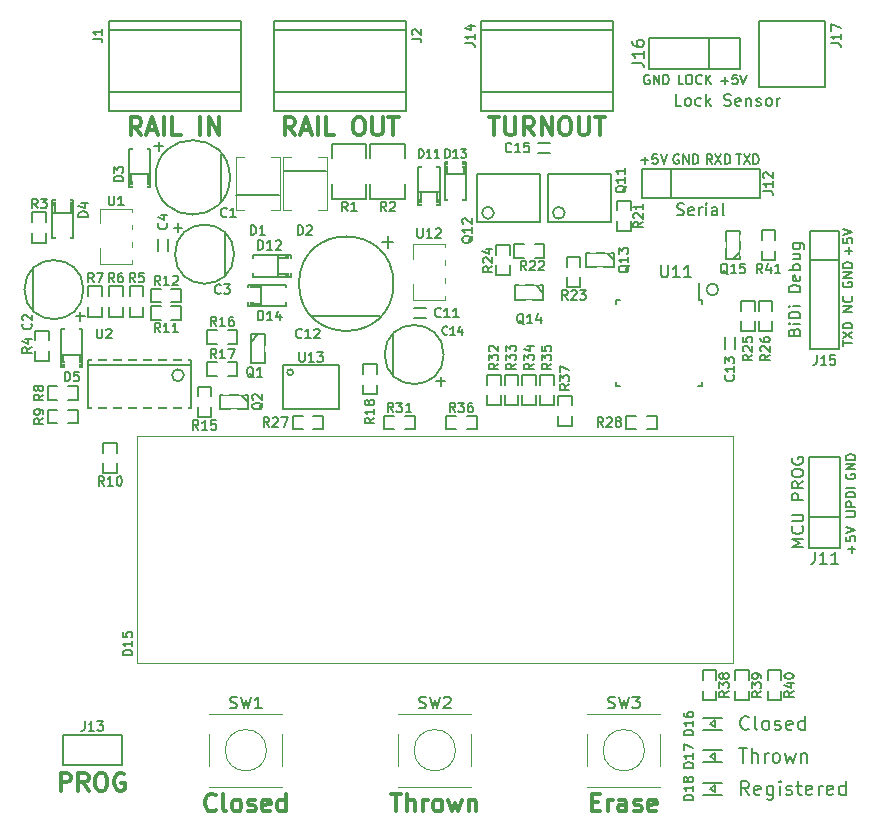
<source format=gto>
%TF.GenerationSoftware,KiCad,Pcbnew,(5.1.12)-1*%
%TF.CreationDate,2022-05-11T19:33:38+09:00*%
%TF.ProjectId,RailcomSwitchChanger,5261696c-636f-46d5-9377-697463684368,rev?*%
%TF.SameCoordinates,PX632ea00PY7459280*%
%TF.FileFunction,Legend,Top*%
%TF.FilePolarity,Positive*%
%FSLAX46Y46*%
G04 Gerber Fmt 4.6, Leading zero omitted, Abs format (unit mm)*
G04 Created by KiCad (PCBNEW (5.1.12)-1) date 2022-05-11 19:33:38*
%MOMM*%
%LPD*%
G01*
G04 APERTURE LIST*
%ADD10C,0.300000*%
%ADD11C,0.200000*%
%ADD12C,0.180000*%
%ADD13C,0.150000*%
%ADD14C,0.120000*%
%ADD15C,0.160000*%
%ADD16C,0.140000*%
%ADD17R,0.500000X0.550000*%
%ADD18R,0.550000X0.500000*%
%ADD19R,0.800000X1.300000*%
%ADD20R,0.700000X0.900000*%
%ADD21R,0.550000X1.600000*%
%ADD22R,1.600000X0.550000*%
%ADD23R,0.600000X1.550000*%
%ADD24C,1.400000*%
%ADD25R,2.200000X1.850000*%
%ADD26R,1.200000X0.850000*%
%ADD27R,0.850000X1.200000*%
%ADD28C,1.600000*%
%ADD29R,1.000000X0.800000*%
%ADD30C,3.200000*%
%ADD31C,2.500000*%
%ADD32R,1.600000X1.600000*%
%ADD33R,1.600000X1.524000*%
%ADD34R,1.524000X1.600000*%
%ADD35R,0.800000X0.600000*%
%ADD36R,0.600000X0.800000*%
%ADD37R,2.500000X1.000000*%
%ADD38R,0.900000X0.700000*%
%ADD39C,1.700000*%
%ADD40C,0.100000*%
%ADD41R,3.000000X2.000000*%
%ADD42R,1.500000X1.000000*%
%ADD43R,1.400000X0.800000*%
%ADD44R,1.000000X1.000000*%
%ADD45C,1.000000*%
%ADD46C,0.250000*%
G04 APERTURE END LIST*
D10*
X4321428Y2571429D02*
X4321428Y4071429D01*
X4892857Y4071429D01*
X5035714Y4000000D01*
X5107142Y3928572D01*
X5178571Y3785715D01*
X5178571Y3571429D01*
X5107142Y3428572D01*
X5035714Y3357143D01*
X4892857Y3285715D01*
X4321428Y3285715D01*
X6678571Y2571429D02*
X6178571Y3285715D01*
X5821428Y2571429D02*
X5821428Y4071429D01*
X6392857Y4071429D01*
X6535714Y4000000D01*
X6607142Y3928572D01*
X6678571Y3785715D01*
X6678571Y3571429D01*
X6607142Y3428572D01*
X6535714Y3357143D01*
X6392857Y3285715D01*
X5821428Y3285715D01*
X7607142Y4071429D02*
X7892857Y4071429D01*
X8035714Y4000000D01*
X8178571Y3857143D01*
X8250000Y3571429D01*
X8250000Y3071429D01*
X8178571Y2785715D01*
X8035714Y2642858D01*
X7892857Y2571429D01*
X7607142Y2571429D01*
X7464285Y2642858D01*
X7321428Y2785715D01*
X7250000Y3071429D01*
X7250000Y3571429D01*
X7321428Y3857143D01*
X7464285Y4000000D01*
X7607142Y4071429D01*
X9678571Y4000000D02*
X9535714Y4071429D01*
X9321428Y4071429D01*
X9107142Y4000000D01*
X8964285Y3857143D01*
X8892857Y3714286D01*
X8821428Y3428572D01*
X8821428Y3214286D01*
X8892857Y2928572D01*
X8964285Y2785715D01*
X9107142Y2642858D01*
X9321428Y2571429D01*
X9464285Y2571429D01*
X9678571Y2642858D01*
X9750000Y2714286D01*
X9750000Y3214286D01*
X9464285Y3214286D01*
D11*
X56869047Y60547620D02*
X56392857Y60547620D01*
X56392857Y61547620D01*
X57345238Y60547620D02*
X57250000Y60595239D01*
X57202380Y60642858D01*
X57154761Y60738096D01*
X57154761Y61023810D01*
X57202380Y61119048D01*
X57250000Y61166667D01*
X57345238Y61214286D01*
X57488095Y61214286D01*
X57583333Y61166667D01*
X57630952Y61119048D01*
X57678571Y61023810D01*
X57678571Y60738096D01*
X57630952Y60642858D01*
X57583333Y60595239D01*
X57488095Y60547620D01*
X57345238Y60547620D01*
X58535714Y60595239D02*
X58440476Y60547620D01*
X58250000Y60547620D01*
X58154761Y60595239D01*
X58107142Y60642858D01*
X58059523Y60738096D01*
X58059523Y61023810D01*
X58107142Y61119048D01*
X58154761Y61166667D01*
X58250000Y61214286D01*
X58440476Y61214286D01*
X58535714Y61166667D01*
X58964285Y60547620D02*
X58964285Y61547620D01*
X59059523Y60928572D02*
X59345238Y60547620D01*
X59345238Y61214286D02*
X58964285Y60833334D01*
X60488095Y60595239D02*
X60630952Y60547620D01*
X60869047Y60547620D01*
X60964285Y60595239D01*
X61011904Y60642858D01*
X61059523Y60738096D01*
X61059523Y60833334D01*
X61011904Y60928572D01*
X60964285Y60976191D01*
X60869047Y61023810D01*
X60678571Y61071429D01*
X60583333Y61119048D01*
X60535714Y61166667D01*
X60488095Y61261905D01*
X60488095Y61357143D01*
X60535714Y61452381D01*
X60583333Y61500000D01*
X60678571Y61547620D01*
X60916666Y61547620D01*
X61059523Y61500000D01*
X61869047Y60595239D02*
X61773809Y60547620D01*
X61583333Y60547620D01*
X61488095Y60595239D01*
X61440476Y60690477D01*
X61440476Y61071429D01*
X61488095Y61166667D01*
X61583333Y61214286D01*
X61773809Y61214286D01*
X61869047Y61166667D01*
X61916666Y61071429D01*
X61916666Y60976191D01*
X61440476Y60880953D01*
X62345238Y61214286D02*
X62345238Y60547620D01*
X62345238Y61119048D02*
X62392857Y61166667D01*
X62488095Y61214286D01*
X62630952Y61214286D01*
X62726190Y61166667D01*
X62773809Y61071429D01*
X62773809Y60547620D01*
X63202380Y60595239D02*
X63297619Y60547620D01*
X63488095Y60547620D01*
X63583333Y60595239D01*
X63630952Y60690477D01*
X63630952Y60738096D01*
X63583333Y60833334D01*
X63488095Y60880953D01*
X63345238Y60880953D01*
X63250000Y60928572D01*
X63202380Y61023810D01*
X63202380Y61071429D01*
X63250000Y61166667D01*
X63345238Y61214286D01*
X63488095Y61214286D01*
X63583333Y61166667D01*
X64202380Y60547620D02*
X64107142Y60595239D01*
X64059523Y60642858D01*
X64011904Y60738096D01*
X64011904Y61023810D01*
X64059523Y61119048D01*
X64107142Y61166667D01*
X64202380Y61214286D01*
X64345238Y61214286D01*
X64440476Y61166667D01*
X64488095Y61119048D01*
X64535714Y61023810D01*
X64535714Y60738096D01*
X64488095Y60642858D01*
X64440476Y60595239D01*
X64345238Y60547620D01*
X64202380Y60547620D01*
X64964285Y60547620D02*
X64964285Y61214286D01*
X64964285Y61023810D02*
X65011904Y61119048D01*
X65059523Y61166667D01*
X65154761Y61214286D01*
X65250000Y61214286D01*
D12*
X54140476Y63150000D02*
X54064285Y63188096D01*
X53950000Y63188096D01*
X53835714Y63150000D01*
X53759523Y63073810D01*
X53721428Y62997620D01*
X53683333Y62845239D01*
X53683333Y62730953D01*
X53721428Y62578572D01*
X53759523Y62502381D01*
X53835714Y62426191D01*
X53950000Y62388096D01*
X54026190Y62388096D01*
X54140476Y62426191D01*
X54178571Y62464286D01*
X54178571Y62730953D01*
X54026190Y62730953D01*
X54521428Y62388096D02*
X54521428Y63188096D01*
X54978571Y62388096D01*
X54978571Y63188096D01*
X55359523Y62388096D02*
X55359523Y63188096D01*
X55550000Y63188096D01*
X55664285Y63150000D01*
X55740476Y63073810D01*
X55778571Y62997620D01*
X55816666Y62845239D01*
X55816666Y62730953D01*
X55778571Y62578572D01*
X55740476Y62502381D01*
X55664285Y62426191D01*
X55550000Y62388096D01*
X55359523Y62388096D01*
X57028571Y62388096D02*
X56647619Y62388096D01*
X56647619Y63188096D01*
X57447619Y63188096D02*
X57600000Y63188096D01*
X57676190Y63150000D01*
X57752380Y63073810D01*
X57790476Y62921429D01*
X57790476Y62654762D01*
X57752380Y62502381D01*
X57676190Y62426191D01*
X57600000Y62388096D01*
X57447619Y62388096D01*
X57371428Y62426191D01*
X57295238Y62502381D01*
X57257142Y62654762D01*
X57257142Y62921429D01*
X57295238Y63073810D01*
X57371428Y63150000D01*
X57447619Y63188096D01*
X58590476Y62464286D02*
X58552380Y62426191D01*
X58438095Y62388096D01*
X58361904Y62388096D01*
X58247619Y62426191D01*
X58171428Y62502381D01*
X58133333Y62578572D01*
X58095238Y62730953D01*
X58095238Y62845239D01*
X58133333Y62997620D01*
X58171428Y63073810D01*
X58247619Y63150000D01*
X58361904Y63188096D01*
X58438095Y63188096D01*
X58552380Y63150000D01*
X58590476Y63111905D01*
X58933333Y62388096D02*
X58933333Y63188096D01*
X59390476Y62388096D02*
X59047619Y62845239D01*
X59390476Y63188096D02*
X58933333Y62730953D01*
X60221428Y62692858D02*
X60830952Y62692858D01*
X60526190Y62388096D02*
X60526190Y62997620D01*
X61592857Y63188096D02*
X61211904Y63188096D01*
X61173809Y62807143D01*
X61211904Y62845239D01*
X61288095Y62883334D01*
X61478571Y62883334D01*
X61554761Y62845239D01*
X61592857Y62807143D01*
X61630952Y62730953D01*
X61630952Y62540477D01*
X61592857Y62464286D01*
X61554761Y62426191D01*
X61478571Y62388096D01*
X61288095Y62388096D01*
X61211904Y62426191D01*
X61173809Y62464286D01*
X61859523Y63188096D02*
X62126190Y62388096D01*
X62392857Y63188096D01*
D11*
X66428571Y41428572D02*
X66476190Y41571429D01*
X66523809Y41619048D01*
X66619047Y41666667D01*
X66761904Y41666667D01*
X66857142Y41619048D01*
X66904761Y41571429D01*
X66952380Y41476191D01*
X66952380Y41095239D01*
X65952380Y41095239D01*
X65952380Y41428572D01*
X66000000Y41523810D01*
X66047619Y41571429D01*
X66142857Y41619048D01*
X66238095Y41619048D01*
X66333333Y41571429D01*
X66380952Y41523810D01*
X66428571Y41428572D01*
X66428571Y41095239D01*
X66952380Y42095239D02*
X66285714Y42095239D01*
X65952380Y42095239D02*
X66000000Y42047620D01*
X66047619Y42095239D01*
X66000000Y42142858D01*
X65952380Y42095239D01*
X66047619Y42095239D01*
X66952380Y42571429D02*
X65952380Y42571429D01*
X65952380Y42809524D01*
X66000000Y42952381D01*
X66095238Y43047620D01*
X66190476Y43095239D01*
X66380952Y43142858D01*
X66523809Y43142858D01*
X66714285Y43095239D01*
X66809523Y43047620D01*
X66904761Y42952381D01*
X66952380Y42809524D01*
X66952380Y42571429D01*
X66952380Y43571429D02*
X66285714Y43571429D01*
X65952380Y43571429D02*
X66000000Y43523810D01*
X66047619Y43571429D01*
X66000000Y43619048D01*
X65952380Y43571429D01*
X66047619Y43571429D01*
X66952380Y44809524D02*
X65952380Y44809524D01*
X65952380Y45047620D01*
X66000000Y45190477D01*
X66095238Y45285715D01*
X66190476Y45333334D01*
X66380952Y45380953D01*
X66523809Y45380953D01*
X66714285Y45333334D01*
X66809523Y45285715D01*
X66904761Y45190477D01*
X66952380Y45047620D01*
X66952380Y44809524D01*
X66904761Y46190477D02*
X66952380Y46095239D01*
X66952380Y45904762D01*
X66904761Y45809524D01*
X66809523Y45761905D01*
X66428571Y45761905D01*
X66333333Y45809524D01*
X66285714Y45904762D01*
X66285714Y46095239D01*
X66333333Y46190477D01*
X66428571Y46238096D01*
X66523809Y46238096D01*
X66619047Y45761905D01*
X66952380Y46666667D02*
X65952380Y46666667D01*
X66333333Y46666667D02*
X66285714Y46761905D01*
X66285714Y46952381D01*
X66333333Y47047620D01*
X66380952Y47095239D01*
X66476190Y47142858D01*
X66761904Y47142858D01*
X66857142Y47095239D01*
X66904761Y47047620D01*
X66952380Y46952381D01*
X66952380Y46761905D01*
X66904761Y46666667D01*
X66285714Y48000000D02*
X66952380Y48000000D01*
X66285714Y47571429D02*
X66809523Y47571429D01*
X66904761Y47619048D01*
X66952380Y47714286D01*
X66952380Y47857143D01*
X66904761Y47952381D01*
X66857142Y48000000D01*
X66285714Y48904762D02*
X67095238Y48904762D01*
X67190476Y48857143D01*
X67238095Y48809524D01*
X67285714Y48714286D01*
X67285714Y48571429D01*
X67238095Y48476191D01*
X66904761Y48904762D02*
X66952380Y48809524D01*
X66952380Y48619048D01*
X66904761Y48523810D01*
X66857142Y48476191D01*
X66761904Y48428572D01*
X66476190Y48428572D01*
X66380952Y48476191D01*
X66333333Y48523810D01*
X66285714Y48619048D01*
X66285714Y48809524D01*
X66333333Y48904762D01*
X56523809Y51345239D02*
X56666666Y51297620D01*
X56904761Y51297620D01*
X57000000Y51345239D01*
X57047619Y51392858D01*
X57095238Y51488096D01*
X57095238Y51583334D01*
X57047619Y51678572D01*
X57000000Y51726191D01*
X56904761Y51773810D01*
X56714285Y51821429D01*
X56619047Y51869048D01*
X56571428Y51916667D01*
X56523809Y52011905D01*
X56523809Y52107143D01*
X56571428Y52202381D01*
X56619047Y52250000D01*
X56714285Y52297620D01*
X56952380Y52297620D01*
X57095238Y52250000D01*
X57904761Y51345239D02*
X57809523Y51297620D01*
X57619047Y51297620D01*
X57523809Y51345239D01*
X57476190Y51440477D01*
X57476190Y51821429D01*
X57523809Y51916667D01*
X57619047Y51964286D01*
X57809523Y51964286D01*
X57904761Y51916667D01*
X57952380Y51821429D01*
X57952380Y51726191D01*
X57476190Y51630953D01*
X58380952Y51297620D02*
X58380952Y51964286D01*
X58380952Y51773810D02*
X58428571Y51869048D01*
X58476190Y51916667D01*
X58571428Y51964286D01*
X58666666Y51964286D01*
X59000000Y51297620D02*
X59000000Y51964286D01*
X59000000Y52297620D02*
X58952380Y52250000D01*
X59000000Y52202381D01*
X59047619Y52250000D01*
X59000000Y52297620D01*
X59000000Y52202381D01*
X59904761Y51297620D02*
X59904761Y51821429D01*
X59857142Y51916667D01*
X59761904Y51964286D01*
X59571428Y51964286D01*
X59476190Y51916667D01*
X59904761Y51345239D02*
X59809523Y51297620D01*
X59571428Y51297620D01*
X59476190Y51345239D01*
X59428571Y51440477D01*
X59428571Y51535715D01*
X59476190Y51630953D01*
X59571428Y51678572D01*
X59809523Y51678572D01*
X59904761Y51726191D01*
X60523809Y51297620D02*
X60428571Y51345239D01*
X60380952Y51440477D01*
X60380952Y52297620D01*
D12*
X53471428Y55942858D02*
X54080952Y55942858D01*
X53776190Y55638096D02*
X53776190Y56247620D01*
X54842857Y56438096D02*
X54461904Y56438096D01*
X54423809Y56057143D01*
X54461904Y56095239D01*
X54538095Y56133334D01*
X54728571Y56133334D01*
X54804761Y56095239D01*
X54842857Y56057143D01*
X54880952Y55980953D01*
X54880952Y55790477D01*
X54842857Y55714286D01*
X54804761Y55676191D01*
X54728571Y55638096D01*
X54538095Y55638096D01*
X54461904Y55676191D01*
X54423809Y55714286D01*
X55109523Y56438096D02*
X55376190Y55638096D01*
X55642857Y56438096D01*
X56640476Y56400000D02*
X56564285Y56438096D01*
X56450000Y56438096D01*
X56335714Y56400000D01*
X56259523Y56323810D01*
X56221428Y56247620D01*
X56183333Y56095239D01*
X56183333Y55980953D01*
X56221428Y55828572D01*
X56259523Y55752381D01*
X56335714Y55676191D01*
X56450000Y55638096D01*
X56526190Y55638096D01*
X56640476Y55676191D01*
X56678571Y55714286D01*
X56678571Y55980953D01*
X56526190Y55980953D01*
X57021428Y55638096D02*
X57021428Y56438096D01*
X57478571Y55638096D01*
X57478571Y56438096D01*
X57859523Y55638096D02*
X57859523Y56438096D01*
X58050000Y56438096D01*
X58164285Y56400000D01*
X58240476Y56323810D01*
X58278571Y56247620D01*
X58316666Y56095239D01*
X58316666Y55980953D01*
X58278571Y55828572D01*
X58240476Y55752381D01*
X58164285Y55676191D01*
X58050000Y55638096D01*
X57859523Y55638096D01*
X59466666Y55638096D02*
X59200000Y56019048D01*
X59009523Y55638096D02*
X59009523Y56438096D01*
X59314285Y56438096D01*
X59390476Y56400000D01*
X59428571Y56361905D01*
X59466666Y56285715D01*
X59466666Y56171429D01*
X59428571Y56095239D01*
X59390476Y56057143D01*
X59314285Y56019048D01*
X59009523Y56019048D01*
X59733333Y56438096D02*
X60266666Y55638096D01*
X60266666Y56438096D02*
X59733333Y55638096D01*
X60571428Y55638096D02*
X60571428Y56438096D01*
X60761904Y56438096D01*
X60876190Y56400000D01*
X60952380Y56323810D01*
X60990476Y56247620D01*
X61028571Y56095239D01*
X61028571Y55980953D01*
X60990476Y55828572D01*
X60952380Y55752381D01*
X60876190Y55676191D01*
X60761904Y55638096D01*
X60571428Y55638096D01*
X61490476Y56438096D02*
X61947619Y56438096D01*
X61719047Y55638096D02*
X61719047Y56438096D01*
X62138095Y56438096D02*
X62671428Y55638096D01*
X62671428Y56438096D02*
X62138095Y55638096D01*
X62976190Y55638096D02*
X62976190Y56438096D01*
X63166666Y56438096D01*
X63280952Y56400000D01*
X63357142Y56323810D01*
X63395238Y56247620D01*
X63433333Y56095239D01*
X63433333Y55980953D01*
X63395238Y55828572D01*
X63357142Y55752381D01*
X63280952Y55676191D01*
X63166666Y55638096D01*
X62976190Y55638096D01*
X60000000Y45000000D02*
G75*
G03*
X60000000Y45000000I-500000J0D01*
G01*
D11*
X67202380Y23238096D02*
X66202380Y23238096D01*
X66916666Y23571429D01*
X66202380Y23904762D01*
X67202380Y23904762D01*
X67107142Y24952381D02*
X67154761Y24904762D01*
X67202380Y24761905D01*
X67202380Y24666667D01*
X67154761Y24523810D01*
X67059523Y24428572D01*
X66964285Y24380953D01*
X66773809Y24333334D01*
X66630952Y24333334D01*
X66440476Y24380953D01*
X66345238Y24428572D01*
X66250000Y24523810D01*
X66202380Y24666667D01*
X66202380Y24761905D01*
X66250000Y24904762D01*
X66297619Y24952381D01*
X66202380Y25380953D02*
X67011904Y25380953D01*
X67107142Y25428572D01*
X67154761Y25476191D01*
X67202380Y25571429D01*
X67202380Y25761905D01*
X67154761Y25857143D01*
X67107142Y25904762D01*
X67011904Y25952381D01*
X66202380Y25952381D01*
X67202380Y27190477D02*
X66202380Y27190477D01*
X66202380Y27571429D01*
X66250000Y27666667D01*
X66297619Y27714286D01*
X66392857Y27761905D01*
X66535714Y27761905D01*
X66630952Y27714286D01*
X66678571Y27666667D01*
X66726190Y27571429D01*
X66726190Y27190477D01*
X67202380Y28761905D02*
X66726190Y28428572D01*
X67202380Y28190477D02*
X66202380Y28190477D01*
X66202380Y28571429D01*
X66250000Y28666667D01*
X66297619Y28714286D01*
X66392857Y28761905D01*
X66535714Y28761905D01*
X66630952Y28714286D01*
X66678571Y28666667D01*
X66726190Y28571429D01*
X66726190Y28190477D01*
X66202380Y29380953D02*
X66202380Y29571429D01*
X66250000Y29666667D01*
X66345238Y29761905D01*
X66535714Y29809524D01*
X66869047Y29809524D01*
X67059523Y29761905D01*
X67154761Y29666667D01*
X67202380Y29571429D01*
X67202380Y29380953D01*
X67154761Y29285715D01*
X67059523Y29190477D01*
X66869047Y29142858D01*
X66535714Y29142858D01*
X66345238Y29190477D01*
X66250000Y29285715D01*
X66202380Y29380953D01*
X66250000Y30761905D02*
X66202380Y30666667D01*
X66202380Y30523810D01*
X66250000Y30380953D01*
X66345238Y30285715D01*
X66440476Y30238096D01*
X66630952Y30190477D01*
X66773809Y30190477D01*
X66964285Y30238096D01*
X67059523Y30285715D01*
X67154761Y30380953D01*
X67202380Y30523810D01*
X67202380Y30619048D01*
X67154761Y30761905D01*
X67107142Y30809524D01*
X66773809Y30809524D01*
X66773809Y30619048D01*
D12*
X70850000Y29390477D02*
X70811904Y29314286D01*
X70811904Y29200000D01*
X70850000Y29085715D01*
X70926190Y29009524D01*
X71002380Y28971429D01*
X71154761Y28933334D01*
X71269047Y28933334D01*
X71421428Y28971429D01*
X71497619Y29009524D01*
X71573809Y29085715D01*
X71611904Y29200000D01*
X71611904Y29276191D01*
X71573809Y29390477D01*
X71535714Y29428572D01*
X71269047Y29428572D01*
X71269047Y29276191D01*
X71611904Y29771429D02*
X70811904Y29771429D01*
X71611904Y30228572D01*
X70811904Y30228572D01*
X71611904Y30609524D02*
X70811904Y30609524D01*
X70811904Y30800000D01*
X70850000Y30914286D01*
X70926190Y30990477D01*
X71002380Y31028572D01*
X71154761Y31066667D01*
X71269047Y31066667D01*
X71421428Y31028572D01*
X71497619Y30990477D01*
X71573809Y30914286D01*
X71611904Y30800000D01*
X71611904Y30609524D01*
X70811904Y25780953D02*
X71459523Y25780953D01*
X71535714Y25819048D01*
X71573809Y25857143D01*
X71611904Y25933334D01*
X71611904Y26085715D01*
X71573809Y26161905D01*
X71535714Y26200000D01*
X71459523Y26238096D01*
X70811904Y26238096D01*
X71611904Y26619048D02*
X70811904Y26619048D01*
X70811904Y26923810D01*
X70850000Y27000000D01*
X70888095Y27038096D01*
X70964285Y27076191D01*
X71078571Y27076191D01*
X71154761Y27038096D01*
X71192857Y27000000D01*
X71230952Y26923810D01*
X71230952Y26619048D01*
X71611904Y27419048D02*
X70811904Y27419048D01*
X70811904Y27609524D01*
X70850000Y27723810D01*
X70926190Y27800000D01*
X71002380Y27838096D01*
X71154761Y27876191D01*
X71269047Y27876191D01*
X71421428Y27838096D01*
X71497619Y27800000D01*
X71573809Y27723810D01*
X71611904Y27609524D01*
X71611904Y27419048D01*
X71611904Y28219048D02*
X70811904Y28219048D01*
X71307142Y22721429D02*
X71307142Y23330953D01*
X71611904Y23026191D02*
X71002380Y23026191D01*
X70811904Y24092858D02*
X70811904Y23711905D01*
X71192857Y23673810D01*
X71154761Y23711905D01*
X71116666Y23788096D01*
X71116666Y23978572D01*
X71154761Y24054762D01*
X71192857Y24092858D01*
X71269047Y24130953D01*
X71459523Y24130953D01*
X71535714Y24092858D01*
X71573809Y24054762D01*
X71611904Y23978572D01*
X71611904Y23788096D01*
X71573809Y23711905D01*
X71535714Y23673810D01*
X70811904Y24359524D02*
X71611904Y24626191D01*
X70811904Y24892858D01*
X70561904Y40240477D02*
X70561904Y40697620D01*
X71361904Y40469048D02*
X70561904Y40469048D01*
X70561904Y40888096D02*
X71361904Y41421429D01*
X70561904Y41421429D02*
X71361904Y40888096D01*
X71361904Y41726191D02*
X70561904Y41726191D01*
X70561904Y41916667D01*
X70600000Y42030953D01*
X70676190Y42107143D01*
X70752380Y42145239D01*
X70904761Y42183334D01*
X71019047Y42183334D01*
X71171428Y42145239D01*
X71247619Y42107143D01*
X71323809Y42030953D01*
X71361904Y41916667D01*
X71361904Y41726191D01*
X71361904Y43121429D02*
X70561904Y43121429D01*
X71361904Y43578572D01*
X70561904Y43578572D01*
X71285714Y44416667D02*
X71323809Y44378572D01*
X71361904Y44264286D01*
X71361904Y44188096D01*
X71323809Y44073810D01*
X71247619Y43997620D01*
X71171428Y43959524D01*
X71019047Y43921429D01*
X70904761Y43921429D01*
X70752380Y43959524D01*
X70676190Y43997620D01*
X70600000Y44073810D01*
X70561904Y44188096D01*
X70561904Y44264286D01*
X70600000Y44378572D01*
X70638095Y44416667D01*
X70600000Y45640477D02*
X70561904Y45564286D01*
X70561904Y45450000D01*
X70600000Y45335715D01*
X70676190Y45259524D01*
X70752380Y45221429D01*
X70904761Y45183334D01*
X71019047Y45183334D01*
X71171428Y45221429D01*
X71247619Y45259524D01*
X71323809Y45335715D01*
X71361904Y45450000D01*
X71361904Y45526191D01*
X71323809Y45640477D01*
X71285714Y45678572D01*
X71019047Y45678572D01*
X71019047Y45526191D01*
X71361904Y46021429D02*
X70561904Y46021429D01*
X71361904Y46478572D01*
X70561904Y46478572D01*
X71361904Y46859524D02*
X70561904Y46859524D01*
X70561904Y47050000D01*
X70600000Y47164286D01*
X70676190Y47240477D01*
X70752380Y47278572D01*
X70904761Y47316667D01*
X71019047Y47316667D01*
X71171428Y47278572D01*
X71247619Y47240477D01*
X71323809Y47164286D01*
X71361904Y47050000D01*
X71361904Y46859524D01*
X71057142Y47971429D02*
X71057142Y48580953D01*
X71361904Y48276191D02*
X70752380Y48276191D01*
X70561904Y49342858D02*
X70561904Y48961905D01*
X70942857Y48923810D01*
X70904761Y48961905D01*
X70866666Y49038096D01*
X70866666Y49228572D01*
X70904761Y49304762D01*
X70942857Y49342858D01*
X71019047Y49380953D01*
X71209523Y49380953D01*
X71285714Y49342858D01*
X71323809Y49304762D01*
X71361904Y49228572D01*
X71361904Y49038096D01*
X71323809Y48961905D01*
X71285714Y48923810D01*
X70561904Y49609524D02*
X71361904Y49876191D01*
X70561904Y50142858D01*
D11*
X61744285Y6157143D02*
X62430000Y6157143D01*
X62087142Y4957143D02*
X62087142Y6157143D01*
X62830000Y4957143D02*
X62830000Y6157143D01*
X63344285Y4957143D02*
X63344285Y5585715D01*
X63287142Y5700000D01*
X63172857Y5757143D01*
X63001428Y5757143D01*
X62887142Y5700000D01*
X62830000Y5642858D01*
X63915714Y4957143D02*
X63915714Y5757143D01*
X63915714Y5528572D02*
X63972857Y5642858D01*
X64030000Y5700000D01*
X64144285Y5757143D01*
X64258571Y5757143D01*
X64830000Y4957143D02*
X64715714Y5014286D01*
X64658571Y5071429D01*
X64601428Y5185715D01*
X64601428Y5528572D01*
X64658571Y5642858D01*
X64715714Y5700000D01*
X64830000Y5757143D01*
X65001428Y5757143D01*
X65115714Y5700000D01*
X65172857Y5642858D01*
X65230000Y5528572D01*
X65230000Y5185715D01*
X65172857Y5071429D01*
X65115714Y5014286D01*
X65001428Y4957143D01*
X64830000Y4957143D01*
X65630000Y5757143D02*
X65858571Y4957143D01*
X66087142Y5528572D01*
X66315714Y4957143D01*
X66544285Y5757143D01*
X67001428Y5757143D02*
X67001428Y4957143D01*
X67001428Y5642858D02*
X67058571Y5700000D01*
X67172857Y5757143D01*
X67344285Y5757143D01*
X67458571Y5700000D01*
X67515714Y5585715D01*
X67515714Y4957143D01*
X62601428Y7821429D02*
X62544285Y7764286D01*
X62372857Y7707143D01*
X62258571Y7707143D01*
X62087142Y7764286D01*
X61972857Y7878572D01*
X61915714Y7992858D01*
X61858571Y8221429D01*
X61858571Y8392858D01*
X61915714Y8621429D01*
X61972857Y8735715D01*
X62087142Y8850000D01*
X62258571Y8907143D01*
X62372857Y8907143D01*
X62544285Y8850000D01*
X62601428Y8792858D01*
X63287142Y7707143D02*
X63172857Y7764286D01*
X63115714Y7878572D01*
X63115714Y8907143D01*
X63915714Y7707143D02*
X63801428Y7764286D01*
X63744285Y7821429D01*
X63687142Y7935715D01*
X63687142Y8278572D01*
X63744285Y8392858D01*
X63801428Y8450000D01*
X63915714Y8507143D01*
X64087142Y8507143D01*
X64201428Y8450000D01*
X64258571Y8392858D01*
X64315714Y8278572D01*
X64315714Y7935715D01*
X64258571Y7821429D01*
X64201428Y7764286D01*
X64087142Y7707143D01*
X63915714Y7707143D01*
X64772857Y7764286D02*
X64887142Y7707143D01*
X65115714Y7707143D01*
X65230000Y7764286D01*
X65287142Y7878572D01*
X65287142Y7935715D01*
X65230000Y8050000D01*
X65115714Y8107143D01*
X64944285Y8107143D01*
X64830000Y8164286D01*
X64772857Y8278572D01*
X64772857Y8335715D01*
X64830000Y8450000D01*
X64944285Y8507143D01*
X65115714Y8507143D01*
X65230000Y8450000D01*
X66258571Y7764286D02*
X66144285Y7707143D01*
X65915714Y7707143D01*
X65801428Y7764286D01*
X65744285Y7878572D01*
X65744285Y8335715D01*
X65801428Y8450000D01*
X65915714Y8507143D01*
X66144285Y8507143D01*
X66258571Y8450000D01*
X66315714Y8335715D01*
X66315714Y8221429D01*
X65744285Y8107143D01*
X67344285Y7707143D02*
X67344285Y8907143D01*
X67344285Y7764286D02*
X67230000Y7707143D01*
X67001428Y7707143D01*
X66887142Y7764286D01*
X66830000Y7821429D01*
X66772857Y7935715D01*
X66772857Y8278572D01*
X66830000Y8392858D01*
X66887142Y8450000D01*
X67001428Y8507143D01*
X67230000Y8507143D01*
X67344285Y8450000D01*
X62601428Y2207143D02*
X62201428Y2778572D01*
X61915714Y2207143D02*
X61915714Y3407143D01*
X62372857Y3407143D01*
X62487142Y3350000D01*
X62544285Y3292858D01*
X62601428Y3178572D01*
X62601428Y3007143D01*
X62544285Y2892858D01*
X62487142Y2835715D01*
X62372857Y2778572D01*
X61915714Y2778572D01*
X63572857Y2264286D02*
X63458571Y2207143D01*
X63230000Y2207143D01*
X63115714Y2264286D01*
X63058571Y2378572D01*
X63058571Y2835715D01*
X63115714Y2950000D01*
X63230000Y3007143D01*
X63458571Y3007143D01*
X63572857Y2950000D01*
X63630000Y2835715D01*
X63630000Y2721429D01*
X63058571Y2607143D01*
X64658571Y3007143D02*
X64658571Y2035715D01*
X64601428Y1921429D01*
X64544285Y1864286D01*
X64430000Y1807143D01*
X64258571Y1807143D01*
X64144285Y1864286D01*
X64658571Y2264286D02*
X64544285Y2207143D01*
X64315714Y2207143D01*
X64201428Y2264286D01*
X64144285Y2321429D01*
X64087142Y2435715D01*
X64087142Y2778572D01*
X64144285Y2892858D01*
X64201428Y2950000D01*
X64315714Y3007143D01*
X64544285Y3007143D01*
X64658571Y2950000D01*
X65230000Y2207143D02*
X65230000Y3007143D01*
X65230000Y3407143D02*
X65172857Y3350000D01*
X65230000Y3292858D01*
X65287142Y3350000D01*
X65230000Y3407143D01*
X65230000Y3292858D01*
X65744285Y2264286D02*
X65858571Y2207143D01*
X66087142Y2207143D01*
X66201428Y2264286D01*
X66258571Y2378572D01*
X66258571Y2435715D01*
X66201428Y2550000D01*
X66087142Y2607143D01*
X65915714Y2607143D01*
X65801428Y2664286D01*
X65744285Y2778572D01*
X65744285Y2835715D01*
X65801428Y2950000D01*
X65915714Y3007143D01*
X66087142Y3007143D01*
X66201428Y2950000D01*
X66601428Y3007143D02*
X67058571Y3007143D01*
X66772857Y3407143D02*
X66772857Y2378572D01*
X66830000Y2264286D01*
X66944285Y2207143D01*
X67058571Y2207143D01*
X67915714Y2264286D02*
X67801428Y2207143D01*
X67572857Y2207143D01*
X67458571Y2264286D01*
X67401428Y2378572D01*
X67401428Y2835715D01*
X67458571Y2950000D01*
X67572857Y3007143D01*
X67801428Y3007143D01*
X67915714Y2950000D01*
X67972857Y2835715D01*
X67972857Y2721429D01*
X67401428Y2607143D01*
X68487142Y2207143D02*
X68487142Y3007143D01*
X68487142Y2778572D02*
X68544285Y2892858D01*
X68601428Y2950000D01*
X68715714Y3007143D01*
X68830000Y3007143D01*
X69687142Y2264286D02*
X69572857Y2207143D01*
X69344285Y2207143D01*
X69230000Y2264286D01*
X69172857Y2378572D01*
X69172857Y2835715D01*
X69230000Y2950000D01*
X69344285Y3007143D01*
X69572857Y3007143D01*
X69687142Y2950000D01*
X69744285Y2835715D01*
X69744285Y2721429D01*
X69172857Y2607143D01*
X70772857Y2207143D02*
X70772857Y3407143D01*
X70772857Y2264286D02*
X70658571Y2207143D01*
X70430000Y2207143D01*
X70315714Y2264286D01*
X70258571Y2321429D01*
X70201428Y2435715D01*
X70201428Y2778572D01*
X70258571Y2892858D01*
X70315714Y2950000D01*
X70430000Y3007143D01*
X70658571Y3007143D01*
X70772857Y2950000D01*
D10*
X17464285Y964286D02*
X17392857Y892858D01*
X17178571Y821429D01*
X17035714Y821429D01*
X16821428Y892858D01*
X16678571Y1035715D01*
X16607142Y1178572D01*
X16535714Y1464286D01*
X16535714Y1678572D01*
X16607142Y1964286D01*
X16678571Y2107143D01*
X16821428Y2250000D01*
X17035714Y2321429D01*
X17178571Y2321429D01*
X17392857Y2250000D01*
X17464285Y2178572D01*
X18321428Y821429D02*
X18178571Y892858D01*
X18107142Y1035715D01*
X18107142Y2321429D01*
X19107142Y821429D02*
X18964285Y892858D01*
X18892857Y964286D01*
X18821428Y1107143D01*
X18821428Y1535715D01*
X18892857Y1678572D01*
X18964285Y1750000D01*
X19107142Y1821429D01*
X19321428Y1821429D01*
X19464285Y1750000D01*
X19535714Y1678572D01*
X19607142Y1535715D01*
X19607142Y1107143D01*
X19535714Y964286D01*
X19464285Y892858D01*
X19321428Y821429D01*
X19107142Y821429D01*
X20178571Y892858D02*
X20321428Y821429D01*
X20607142Y821429D01*
X20750000Y892858D01*
X20821428Y1035715D01*
X20821428Y1107143D01*
X20750000Y1250000D01*
X20607142Y1321429D01*
X20392857Y1321429D01*
X20250000Y1392858D01*
X20178571Y1535715D01*
X20178571Y1607143D01*
X20250000Y1750000D01*
X20392857Y1821429D01*
X20607142Y1821429D01*
X20750000Y1750000D01*
X22035714Y892858D02*
X21892857Y821429D01*
X21607142Y821429D01*
X21464285Y892858D01*
X21392857Y1035715D01*
X21392857Y1607143D01*
X21464285Y1750000D01*
X21607142Y1821429D01*
X21892857Y1821429D01*
X22035714Y1750000D01*
X22107142Y1607143D01*
X22107142Y1464286D01*
X21392857Y1321429D01*
X23392857Y821429D02*
X23392857Y2321429D01*
X23392857Y892858D02*
X23250000Y821429D01*
X22964285Y821429D01*
X22821428Y892858D01*
X22750000Y964286D01*
X22678571Y1107143D01*
X22678571Y1535715D01*
X22750000Y1678572D01*
X22821428Y1750000D01*
X22964285Y1821429D01*
X23250000Y1821429D01*
X23392857Y1750000D01*
X32285714Y2321429D02*
X33142857Y2321429D01*
X32714285Y821429D02*
X32714285Y2321429D01*
X33642857Y821429D02*
X33642857Y2321429D01*
X34285714Y821429D02*
X34285714Y1607143D01*
X34214285Y1750000D01*
X34071428Y1821429D01*
X33857142Y1821429D01*
X33714285Y1750000D01*
X33642857Y1678572D01*
X35000000Y821429D02*
X35000000Y1821429D01*
X35000000Y1535715D02*
X35071428Y1678572D01*
X35142857Y1750000D01*
X35285714Y1821429D01*
X35428571Y1821429D01*
X36142857Y821429D02*
X36000000Y892858D01*
X35928571Y964286D01*
X35857142Y1107143D01*
X35857142Y1535715D01*
X35928571Y1678572D01*
X36000000Y1750000D01*
X36142857Y1821429D01*
X36357142Y1821429D01*
X36500000Y1750000D01*
X36571428Y1678572D01*
X36642857Y1535715D01*
X36642857Y1107143D01*
X36571428Y964286D01*
X36500000Y892858D01*
X36357142Y821429D01*
X36142857Y821429D01*
X37142857Y1821429D02*
X37428571Y821429D01*
X37714285Y1535715D01*
X38000000Y821429D01*
X38285714Y1821429D01*
X38857142Y1821429D02*
X38857142Y821429D01*
X38857142Y1678572D02*
X38928571Y1750000D01*
X39071428Y1821429D01*
X39285714Y1821429D01*
X39428571Y1750000D01*
X39500000Y1607143D01*
X39500000Y821429D01*
X49285714Y1607143D02*
X49785714Y1607143D01*
X50000000Y821429D02*
X49285714Y821429D01*
X49285714Y2321429D01*
X50000000Y2321429D01*
X50642857Y821429D02*
X50642857Y1821429D01*
X50642857Y1535715D02*
X50714285Y1678572D01*
X50785714Y1750000D01*
X50928571Y1821429D01*
X51071428Y1821429D01*
X52214285Y821429D02*
X52214285Y1607143D01*
X52142857Y1750000D01*
X52000000Y1821429D01*
X51714285Y1821429D01*
X51571428Y1750000D01*
X52214285Y892858D02*
X52071428Y821429D01*
X51714285Y821429D01*
X51571428Y892858D01*
X51500000Y1035715D01*
X51500000Y1178572D01*
X51571428Y1321429D01*
X51714285Y1392858D01*
X52071428Y1392858D01*
X52214285Y1464286D01*
X52857142Y892858D02*
X53000000Y821429D01*
X53285714Y821429D01*
X53428571Y892858D01*
X53500000Y1035715D01*
X53500000Y1107143D01*
X53428571Y1250000D01*
X53285714Y1321429D01*
X53071428Y1321429D01*
X52928571Y1392858D01*
X52857142Y1535715D01*
X52857142Y1607143D01*
X52928571Y1750000D01*
X53071428Y1821429D01*
X53285714Y1821429D01*
X53428571Y1750000D01*
X54714285Y892858D02*
X54571428Y821429D01*
X54285714Y821429D01*
X54142857Y892858D01*
X54071428Y1035715D01*
X54071428Y1607143D01*
X54142857Y1750000D01*
X54285714Y1821429D01*
X54571428Y1821429D01*
X54714285Y1750000D01*
X54785714Y1607143D01*
X54785714Y1464286D01*
X54071428Y1321429D01*
X40607142Y59571429D02*
X41464285Y59571429D01*
X41035714Y58071429D02*
X41035714Y59571429D01*
X41964285Y59571429D02*
X41964285Y58357143D01*
X42035714Y58214286D01*
X42107142Y58142858D01*
X42250000Y58071429D01*
X42535714Y58071429D01*
X42678571Y58142858D01*
X42750000Y58214286D01*
X42821428Y58357143D01*
X42821428Y59571429D01*
X44392857Y58071429D02*
X43892857Y58785715D01*
X43535714Y58071429D02*
X43535714Y59571429D01*
X44107142Y59571429D01*
X44250000Y59500000D01*
X44321428Y59428572D01*
X44392857Y59285715D01*
X44392857Y59071429D01*
X44321428Y58928572D01*
X44250000Y58857143D01*
X44107142Y58785715D01*
X43535714Y58785715D01*
X45035714Y58071429D02*
X45035714Y59571429D01*
X45892857Y58071429D01*
X45892857Y59571429D01*
X46892857Y59571429D02*
X47178571Y59571429D01*
X47321428Y59500000D01*
X47464285Y59357143D01*
X47535714Y59071429D01*
X47535714Y58571429D01*
X47464285Y58285715D01*
X47321428Y58142858D01*
X47178571Y58071429D01*
X46892857Y58071429D01*
X46750000Y58142858D01*
X46607142Y58285715D01*
X46535714Y58571429D01*
X46535714Y59071429D01*
X46607142Y59357143D01*
X46750000Y59500000D01*
X46892857Y59571429D01*
X48178571Y59571429D02*
X48178571Y58357143D01*
X48250000Y58214286D01*
X48321428Y58142858D01*
X48464285Y58071429D01*
X48750000Y58071429D01*
X48892857Y58142858D01*
X48964285Y58214286D01*
X49035714Y58357143D01*
X49035714Y59571429D01*
X49535714Y59571429D02*
X50392857Y59571429D01*
X49964285Y58071429D02*
X49964285Y59571429D01*
X11142857Y58071429D02*
X10642857Y58785715D01*
X10285714Y58071429D02*
X10285714Y59571429D01*
X10857142Y59571429D01*
X11000000Y59500000D01*
X11071428Y59428572D01*
X11142857Y59285715D01*
X11142857Y59071429D01*
X11071428Y58928572D01*
X11000000Y58857143D01*
X10857142Y58785715D01*
X10285714Y58785715D01*
X11714285Y58500000D02*
X12428571Y58500000D01*
X11571428Y58071429D02*
X12071428Y59571429D01*
X12571428Y58071429D01*
X13071428Y58071429D02*
X13071428Y59571429D01*
X14500000Y58071429D02*
X13785714Y58071429D01*
X13785714Y59571429D01*
X16142857Y58071429D02*
X16142857Y59571429D01*
X16857142Y58071429D02*
X16857142Y59571429D01*
X17714285Y58071429D01*
X17714285Y59571429D01*
X24142857Y58071429D02*
X23642857Y58785715D01*
X23285714Y58071429D02*
X23285714Y59571429D01*
X23857142Y59571429D01*
X24000000Y59500000D01*
X24071428Y59428572D01*
X24142857Y59285715D01*
X24142857Y59071429D01*
X24071428Y58928572D01*
X24000000Y58857143D01*
X23857142Y58785715D01*
X23285714Y58785715D01*
X24714285Y58500000D02*
X25428571Y58500000D01*
X24571428Y58071429D02*
X25071428Y59571429D01*
X25571428Y58071429D01*
X26071428Y58071429D02*
X26071428Y59571429D01*
X27500000Y58071429D02*
X26785714Y58071429D01*
X26785714Y59571429D01*
X29428571Y59571429D02*
X29714285Y59571429D01*
X29857142Y59500000D01*
X30000000Y59357143D01*
X30071428Y59071429D01*
X30071428Y58571429D01*
X30000000Y58285715D01*
X29857142Y58142858D01*
X29714285Y58071429D01*
X29428571Y58071429D01*
X29285714Y58142858D01*
X29142857Y58285715D01*
X29071428Y58571429D01*
X29071428Y59071429D01*
X29142857Y59357143D01*
X29285714Y59500000D01*
X29428571Y59571429D01*
X30714285Y59571429D02*
X30714285Y58357143D01*
X30785714Y58214286D01*
X30857142Y58142858D01*
X31000000Y58071429D01*
X31285714Y58071429D01*
X31428571Y58142858D01*
X31500000Y58214286D01*
X31571428Y58357143D01*
X31571428Y59571429D01*
X32071428Y59571429D02*
X32928571Y59571429D01*
X32500000Y58071429D02*
X32500000Y59571429D01*
D12*
%TO.C,C4*%
X13400000Y49250000D02*
X13400000Y48250000D01*
X12600000Y48250000D02*
X12600000Y49250000D01*
%TO.C,C11*%
X34250000Y43400000D02*
X35250000Y43400000D01*
X35250000Y42600000D02*
X34250000Y42600000D01*
%TO.C,C13*%
X61400000Y41000000D02*
X61400000Y40000000D01*
X60600000Y40000000D02*
X60600000Y41000000D01*
%TO.C,C15*%
X44750000Y57400000D02*
X45750000Y57400000D01*
X45750000Y56600000D02*
X44750000Y56600000D01*
D11*
%TO.C,Q11*%
X45600000Y50700000D02*
X45600000Y54800000D01*
X45600000Y54800000D02*
X50900000Y54800000D01*
X50900000Y54800000D02*
X50900000Y50700000D01*
X50900000Y50700000D02*
X45600000Y50700000D01*
X47000000Y51500000D02*
G75*
G03*
X47000000Y51500000I-500000J0D01*
G01*
D12*
%TO.C,R22*%
X43550000Y48830000D02*
X42720000Y48830000D01*
X42720000Y48830000D02*
X42720000Y47670000D01*
X42720000Y47670000D02*
X43550000Y47670000D01*
X44450000Y48830000D02*
X45280000Y48830000D01*
X45280000Y48830000D02*
X45280000Y47670000D01*
X45280000Y47670000D02*
X44450000Y47670000D01*
D13*
%TO.C,U11*%
X58625000Y44125000D02*
X58400000Y44125000D01*
X58625000Y36875000D02*
X58300000Y36875000D01*
X51375000Y36875000D02*
X51700000Y36875000D01*
X51375000Y44125000D02*
X51700000Y44125000D01*
X58625000Y44125000D02*
X58625000Y43800000D01*
X51375000Y44125000D02*
X51375000Y43800000D01*
X51375000Y36875000D02*
X51375000Y37200000D01*
X58625000Y36875000D02*
X58625000Y37200000D01*
X58400000Y44125000D02*
X58400000Y45550000D01*
D12*
%TO.C,U2*%
X15330000Y35000000D02*
X6670000Y35000000D01*
X6670000Y39000000D02*
X15330000Y39000000D01*
X6670000Y35000000D02*
X6670000Y39000000D01*
X15330000Y35000000D02*
X15330000Y39000000D01*
X15330000Y38650000D02*
X6670000Y38650000D01*
X14750000Y37750000D02*
G75*
G03*
X14750000Y37750000I-500000J0D01*
G01*
D13*
%TO.C,C1*%
X12625000Y57500000D02*
X12625000Y56750000D01*
X12250000Y57125000D02*
X13000000Y57125000D01*
X17900000Y56500000D02*
X17900000Y52500000D01*
X18650000Y54500000D02*
G75*
G03*
X18650000Y54500000I-3150000J0D01*
G01*
%TO.C,C2*%
X6250000Y45000000D02*
G75*
G03*
X6250000Y45000000I-2500000J0D01*
G01*
X2000000Y43250000D02*
X2000000Y46750000D01*
X6375000Y42750000D02*
X5625000Y42750000D01*
X6000000Y42375000D02*
X6000000Y43125000D01*
%TO.C,C3*%
X19000000Y48000000D02*
G75*
G03*
X19000000Y48000000I-2500000J0D01*
G01*
X18250000Y49750000D02*
X18250000Y46250000D01*
X13875000Y50250000D02*
X14625000Y50250000D01*
X14250000Y50625000D02*
X14250000Y49875000D01*
%TO.C,C14*%
X36500000Y36875000D02*
X36500000Y37625000D01*
X36875000Y37250000D02*
X36125000Y37250000D01*
X32500000Y37750000D02*
X32500000Y41250000D01*
X36750000Y39500000D02*
G75*
G03*
X36750000Y39500000I-2500000J0D01*
G01*
D11*
%TO.C,D1*%
X19200000Y53000000D02*
X22800000Y53000000D01*
D14*
X19150000Y51750000D02*
X19900000Y51750000D01*
X22850000Y51750000D02*
X22100000Y51750000D01*
X22850000Y56250000D02*
X22850000Y51750000D01*
X22100000Y56250000D02*
X22850000Y56250000D01*
X19150000Y56250000D02*
X19900000Y56250000D01*
X19150000Y51750000D02*
X19150000Y56250000D01*
%TO.C,D2*%
X26850000Y56250000D02*
X26850000Y51750000D01*
X26850000Y51750000D02*
X26100000Y51750000D01*
X23900000Y51750000D02*
X23150000Y51750000D01*
X23150000Y51750000D02*
X23150000Y56250000D01*
X23150000Y56250000D02*
X23900000Y56250000D01*
X26850000Y56250000D02*
X26100000Y56250000D01*
D11*
X26800000Y55000000D02*
X23200000Y55000000D01*
%TO.C,D3*%
X11900000Y53700000D02*
X10100000Y53700000D01*
X11900000Y53900000D02*
X10100000Y53900000D01*
X11900000Y56900000D02*
X11900000Y53700000D01*
X10100000Y56900000D02*
X10100000Y53700000D01*
X11900000Y54100000D02*
X10100000Y54100000D01*
X11900000Y56900000D02*
X10100000Y56900000D01*
X11900000Y54750000D02*
X10100000Y54750000D01*
X11700000Y54750000D02*
X11700000Y54100000D01*
X10300000Y54750000D02*
X10300000Y54100000D01*
%TO.C,D4*%
X5200000Y51500000D02*
X5200000Y52150000D01*
X3800000Y51500000D02*
X3800000Y52150000D01*
X3600000Y51500000D02*
X5400000Y51500000D01*
X3600000Y49350000D02*
X5400000Y49350000D01*
X3600000Y52150000D02*
X5400000Y52150000D01*
X5400000Y49350000D02*
X5400000Y52550000D01*
X3600000Y49350000D02*
X3600000Y52550000D01*
X3600000Y52350000D02*
X5400000Y52350000D01*
X3600000Y52550000D02*
X5400000Y52550000D01*
%TO.C,D5*%
X6150000Y38450000D02*
X4350000Y38450000D01*
X6150000Y38650000D02*
X4350000Y38650000D01*
X6150000Y41650000D02*
X6150000Y38450000D01*
X4350000Y41650000D02*
X4350000Y38450000D01*
X6150000Y38850000D02*
X4350000Y38850000D01*
X6150000Y41650000D02*
X4350000Y41650000D01*
X6150000Y39500000D02*
X4350000Y39500000D01*
X5950000Y39500000D02*
X5950000Y38850000D01*
X4550000Y39500000D02*
X4550000Y38850000D01*
%TO.C,D11*%
X34800000Y53250000D02*
X34800000Y52600000D01*
X36200000Y53250000D02*
X36200000Y52600000D01*
X36400000Y53250000D02*
X34600000Y53250000D01*
X36400000Y55400000D02*
X34600000Y55400000D01*
X36400000Y52600000D02*
X34600000Y52600000D01*
X34600000Y55400000D02*
X34600000Y52200000D01*
X36400000Y55400000D02*
X36400000Y52200000D01*
X36400000Y52400000D02*
X34600000Y52400000D01*
X36400000Y52200000D02*
X34600000Y52200000D01*
%TO.C,D12*%
X22750000Y46300000D02*
X23400000Y46300000D01*
X22750000Y47700000D02*
X23400000Y47700000D01*
X22750000Y47900000D02*
X22750000Y46100000D01*
X20600000Y47900000D02*
X20600000Y46100000D01*
X23400000Y47900000D02*
X23400000Y46100000D01*
X20600000Y46100000D02*
X23800000Y46100000D01*
X20600000Y47900000D02*
X23800000Y47900000D01*
X23600000Y47900000D02*
X23600000Y46100000D01*
X23800000Y47900000D02*
X23800000Y46100000D01*
%TO.C,D13*%
X36850000Y55800000D02*
X38650000Y55800000D01*
X36850000Y55600000D02*
X38650000Y55600000D01*
X36850000Y52600000D02*
X36850000Y55800000D01*
X38650000Y52600000D02*
X38650000Y55800000D01*
X36850000Y55400000D02*
X38650000Y55400000D01*
X36850000Y52600000D02*
X38650000Y52600000D01*
X36850000Y54750000D02*
X38650000Y54750000D01*
X37050000Y54750000D02*
X37050000Y55400000D01*
X38450000Y54750000D02*
X38450000Y55400000D01*
%TO.C,D14*%
X20200000Y43600000D02*
X20200000Y45400000D01*
X20400000Y43600000D02*
X20400000Y45400000D01*
X23400000Y43600000D02*
X20200000Y43600000D01*
X23400000Y45400000D02*
X20200000Y45400000D01*
X20600000Y43600000D02*
X20600000Y45400000D01*
X23400000Y43600000D02*
X23400000Y45400000D01*
X21250000Y43600000D02*
X21250000Y45400000D01*
X21250000Y43800000D02*
X20600000Y43800000D01*
X21250000Y45200000D02*
X20600000Y45200000D01*
D14*
%TO.C,D15*%
X10750000Y32600000D02*
X10750000Y13400000D01*
X10750000Y13400000D02*
X61250000Y13400000D01*
X61250000Y13400000D02*
X61250000Y32600000D01*
X61250000Y32600000D02*
X10750000Y32600000D01*
D11*
%TO.C,D16*%
X58700000Y7750000D02*
X60300000Y7750000D01*
X58700000Y8750000D02*
X60300000Y8750000D01*
D13*
X59300000Y8250000D02*
X59700000Y8550000D01*
X59700000Y7950000D02*
X59300000Y8250000D01*
X59700000Y8550000D02*
X59700000Y7950000D01*
%TO.C,D17*%
X59700000Y5800000D02*
X59700000Y5200000D01*
X59700000Y5200000D02*
X59300000Y5500000D01*
X59300000Y5500000D02*
X59700000Y5800000D01*
D11*
X58700000Y6000000D02*
X60300000Y6000000D01*
X58700000Y5000000D02*
X60300000Y5000000D01*
D13*
%TO.C,D18*%
X59700000Y3050000D02*
X59700000Y2450000D01*
X59700000Y2450000D02*
X59300000Y2750000D01*
X59300000Y2750000D02*
X59700000Y3050000D01*
D11*
X58700000Y3250000D02*
X60300000Y3250000D01*
X58700000Y2250000D02*
X60300000Y2250000D01*
%TO.C,J1*%
X19580000Y67000000D02*
X8420000Y67000000D01*
X19580000Y61750000D02*
X8420000Y61750000D01*
X19580000Y67750000D02*
X8420000Y67750000D01*
X19580000Y60150000D02*
X8420000Y60150000D01*
X8420000Y67750000D02*
X8420000Y60150000D01*
X19580000Y67750000D02*
X19580000Y60150000D01*
%TO.C,J2*%
X33580000Y67000000D02*
X22420000Y67000000D01*
X33580000Y61750000D02*
X22420000Y61750000D01*
X33580000Y67750000D02*
X22420000Y67750000D01*
X33580000Y60150000D02*
X22420000Y60150000D01*
X22420000Y67750000D02*
X22420000Y60150000D01*
X33580000Y67750000D02*
X33580000Y60150000D01*
D12*
%TO.C,J11*%
X67700000Y23150000D02*
X70300000Y23150000D01*
X70300000Y23150000D02*
X70300000Y30850000D01*
X70300000Y30850000D02*
X67700000Y30850000D01*
X67700000Y30850000D02*
X67700000Y23150000D01*
X67750000Y25750000D02*
X70250000Y25750000D01*
D15*
%TO.C,J12*%
X56000000Y55250000D02*
X56000000Y52750000D01*
X53500000Y55250000D02*
X63500000Y55250000D01*
X53500000Y52750000D02*
X53500000Y55250000D01*
X63500000Y52750000D02*
X53500000Y52750000D01*
X63500000Y55250000D02*
X63500000Y52750000D01*
%TO.C,J13*%
X9500000Y4750000D02*
X9500000Y7250000D01*
X9500000Y4750000D02*
X4500000Y4750000D01*
X4500000Y7250000D02*
X9500000Y7250000D01*
X4500000Y4750000D02*
X4500000Y7250000D01*
D11*
%TO.C,J14*%
X51080000Y67000000D02*
X39920000Y67000000D01*
X51080000Y61750000D02*
X39920000Y61750000D01*
X51080000Y67750000D02*
X39920000Y67750000D01*
X51080000Y60150000D02*
X39920000Y60150000D01*
X39920000Y67750000D02*
X39920000Y60150000D01*
X51080000Y67750000D02*
X51080000Y60150000D01*
D15*
%TO.C,J15*%
X70250000Y47500000D02*
X67750000Y47500000D01*
X70250000Y50000000D02*
X70250000Y40000000D01*
X67750000Y50000000D02*
X70250000Y50000000D01*
X67750000Y40000000D02*
X67750000Y50000000D01*
X70250000Y40000000D02*
X67750000Y40000000D01*
D11*
%TO.C,Q1*%
X21000000Y41200000D02*
X20400000Y40600000D01*
X20400000Y41200000D02*
X20400000Y38800000D01*
X21600000Y38800000D02*
X21600000Y41200000D01*
X21600000Y41200000D02*
X20400000Y41200000D01*
X21600000Y38800000D02*
X20400000Y38800000D01*
%TO.C,Q2*%
X17800000Y34900000D02*
X17800000Y36100000D01*
X20200000Y34900000D02*
X20200000Y36100000D01*
X17800000Y34900000D02*
X20200000Y34900000D01*
X20200000Y36100000D02*
X17800000Y36100000D01*
X20200000Y35500000D02*
X19600000Y36100000D01*
%TO.C,Q12*%
X39600000Y50700000D02*
X39600000Y54800000D01*
X39600000Y54800000D02*
X44900000Y54800000D01*
X44900000Y54800000D02*
X44900000Y50700000D01*
X44900000Y50700000D02*
X39600000Y50700000D01*
X41000000Y51500000D02*
G75*
G03*
X41000000Y51500000I-500000J0D01*
G01*
%TO.C,Q13*%
X48800000Y46900000D02*
X48800000Y48100000D01*
X51200000Y46900000D02*
X51200000Y48100000D01*
X48800000Y46900000D02*
X51200000Y46900000D01*
X51200000Y48100000D02*
X48800000Y48100000D01*
X51200000Y47500000D02*
X50600000Y48100000D01*
%TO.C,Q14*%
X45200000Y44750000D02*
X44600000Y45350000D01*
X45200000Y45350000D02*
X42800000Y45350000D01*
X42800000Y44150000D02*
X45200000Y44150000D01*
X45200000Y44150000D02*
X45200000Y45350000D01*
X42800000Y44150000D02*
X42800000Y45350000D01*
D13*
%TO.C,R1*%
X27300000Y52700000D02*
X27300000Y53900000D01*
X30200000Y52700000D02*
X27300000Y52700000D01*
X30200000Y53900000D02*
X30200000Y52700000D01*
X30200000Y57300000D02*
X30200000Y56100000D01*
X27300000Y57300000D02*
X30200000Y57300000D01*
X27300000Y56100000D02*
X27300000Y57300000D01*
%TO.C,R2*%
X30550000Y56100000D02*
X30550000Y57300000D01*
X30550000Y57300000D02*
X33450000Y57300000D01*
X33450000Y57300000D02*
X33450000Y56100000D01*
X33450000Y53900000D02*
X33450000Y52700000D01*
X33450000Y52700000D02*
X30550000Y52700000D01*
X30550000Y52700000D02*
X30550000Y53900000D01*
D12*
%TO.C,R3*%
X1920000Y48970000D02*
X1920000Y49800000D01*
X3080000Y48970000D02*
X1920000Y48970000D01*
X3080000Y49800000D02*
X3080000Y48970000D01*
X1920000Y51530000D02*
X1920000Y50700000D01*
X3080000Y51530000D02*
X1920000Y51530000D01*
X3080000Y50700000D02*
X3080000Y51530000D01*
%TO.C,R4*%
X2170000Y39800000D02*
X2170000Y38970000D01*
X2170000Y38970000D02*
X3330000Y38970000D01*
X3330000Y38970000D02*
X3330000Y39800000D01*
X2170000Y40700000D02*
X2170000Y41530000D01*
X2170000Y41530000D02*
X3330000Y41530000D01*
X3330000Y41530000D02*
X3330000Y40700000D01*
%TO.C,R5*%
X10170000Y42720000D02*
X10170000Y43550000D01*
X11330000Y42720000D02*
X10170000Y42720000D01*
X11330000Y43550000D02*
X11330000Y42720000D01*
X10170000Y45280000D02*
X10170000Y44450000D01*
X11330000Y45280000D02*
X10170000Y45280000D01*
X11330000Y44450000D02*
X11330000Y45280000D01*
%TO.C,R6*%
X9580000Y45280000D02*
X9580000Y44450000D01*
X8420000Y45280000D02*
X9580000Y45280000D01*
X8420000Y44450000D02*
X8420000Y45280000D01*
X9580000Y42720000D02*
X9580000Y43550000D01*
X8420000Y42720000D02*
X9580000Y42720000D01*
X8420000Y43550000D02*
X8420000Y42720000D01*
%TO.C,R7*%
X6670000Y42720000D02*
X6670000Y43550000D01*
X7830000Y42720000D02*
X6670000Y42720000D01*
X7830000Y43550000D02*
X7830000Y42720000D01*
X6670000Y45280000D02*
X6670000Y44450000D01*
X7830000Y45280000D02*
X6670000Y45280000D01*
X7830000Y44450000D02*
X7830000Y45280000D01*
%TO.C,R8*%
X4950000Y35670000D02*
X5780000Y35670000D01*
X5780000Y35670000D02*
X5780000Y36830000D01*
X5780000Y36830000D02*
X4950000Y36830000D01*
X4050000Y35670000D02*
X3220000Y35670000D01*
X3220000Y35670000D02*
X3220000Y36830000D01*
X3220000Y36830000D02*
X4050000Y36830000D01*
%TO.C,R9*%
X5780000Y33670000D02*
X4950000Y33670000D01*
X5780000Y34830000D02*
X5780000Y33670000D01*
X4950000Y34830000D02*
X5780000Y34830000D01*
X3220000Y33670000D02*
X4050000Y33670000D01*
X3220000Y34830000D02*
X3220000Y33670000D01*
X4050000Y34830000D02*
X3220000Y34830000D01*
%TO.C,R10*%
X9080000Y31200000D02*
X9080000Y32030000D01*
X9080000Y32030000D02*
X7920000Y32030000D01*
X7920000Y32030000D02*
X7920000Y31200000D01*
X9080000Y30300000D02*
X9080000Y29470000D01*
X9080000Y29470000D02*
X7920000Y29470000D01*
X7920000Y29470000D02*
X7920000Y30300000D01*
%TO.C,R11*%
X14530000Y42420000D02*
X13700000Y42420000D01*
X14530000Y43580000D02*
X14530000Y42420000D01*
X13700000Y43580000D02*
X14530000Y43580000D01*
X11970000Y42420000D02*
X12800000Y42420000D01*
X11970000Y43580000D02*
X11970000Y42420000D01*
X12800000Y43580000D02*
X11970000Y43580000D01*
%TO.C,R12*%
X14530000Y43920000D02*
X13700000Y43920000D01*
X14530000Y45080000D02*
X14530000Y43920000D01*
X13700000Y45080000D02*
X14530000Y45080000D01*
X11970000Y43920000D02*
X12800000Y43920000D01*
X11970000Y45080000D02*
X11970000Y43920000D01*
X12800000Y45080000D02*
X11970000Y45080000D01*
%TO.C,R15*%
X15920000Y34220000D02*
X15920000Y35050000D01*
X17080000Y34220000D02*
X15920000Y34220000D01*
X17080000Y35050000D02*
X17080000Y34220000D01*
X15920000Y36780000D02*
X15920000Y35950000D01*
X17080000Y36780000D02*
X15920000Y36780000D01*
X17080000Y35950000D02*
X17080000Y36780000D01*
%TO.C,R16*%
X18450000Y40420000D02*
X19280000Y40420000D01*
X19280000Y40420000D02*
X19280000Y41580000D01*
X19280000Y41580000D02*
X18450000Y41580000D01*
X17550000Y40420000D02*
X16720000Y40420000D01*
X16720000Y40420000D02*
X16720000Y41580000D01*
X16720000Y41580000D02*
X17550000Y41580000D01*
%TO.C,R17*%
X16720000Y38830000D02*
X17550000Y38830000D01*
X16720000Y37670000D02*
X16720000Y38830000D01*
X17550000Y37670000D02*
X16720000Y37670000D01*
X19280000Y38830000D02*
X18450000Y38830000D01*
X19280000Y37670000D02*
X19280000Y38830000D01*
X18450000Y37670000D02*
X19280000Y37670000D01*
%TO.C,R21*%
X51420000Y49970000D02*
X51420000Y50800000D01*
X52580000Y49970000D02*
X51420000Y49970000D01*
X52580000Y50800000D02*
X52580000Y49970000D01*
X51420000Y52530000D02*
X51420000Y51700000D01*
X52580000Y52530000D02*
X51420000Y52530000D01*
X52580000Y51700000D02*
X52580000Y52530000D01*
%TO.C,R23*%
X47170000Y46050000D02*
X47170000Y45220000D01*
X47170000Y45220000D02*
X48330000Y45220000D01*
X48330000Y45220000D02*
X48330000Y46050000D01*
X47170000Y46950000D02*
X47170000Y47780000D01*
X47170000Y47780000D02*
X48330000Y47780000D01*
X48330000Y47780000D02*
X48330000Y46950000D01*
%TO.C,R24*%
X42330000Y48780000D02*
X42330000Y47950000D01*
X41170000Y48780000D02*
X42330000Y48780000D01*
X41170000Y47950000D02*
X41170000Y48780000D01*
X42330000Y46220000D02*
X42330000Y47050000D01*
X41170000Y46220000D02*
X42330000Y46220000D01*
X41170000Y47050000D02*
X41170000Y46220000D01*
%TO.C,R25*%
X63080000Y44030000D02*
X63080000Y43200000D01*
X61920000Y44030000D02*
X63080000Y44030000D01*
X61920000Y43200000D02*
X61920000Y44030000D01*
X63080000Y41470000D02*
X63080000Y42300000D01*
X61920000Y41470000D02*
X63080000Y41470000D01*
X61920000Y42300000D02*
X61920000Y41470000D01*
%TO.C,R26*%
X63420000Y41470000D02*
X63420000Y42300000D01*
X64580000Y41470000D02*
X63420000Y41470000D01*
X64580000Y42300000D02*
X64580000Y41470000D01*
X63420000Y44030000D02*
X63420000Y43200000D01*
X64580000Y44030000D02*
X63420000Y44030000D01*
X64580000Y43200000D02*
X64580000Y44030000D01*
%TO.C,R27*%
X25700000Y33170000D02*
X26530000Y33170000D01*
X26530000Y33170000D02*
X26530000Y34330000D01*
X26530000Y34330000D02*
X25700000Y34330000D01*
X24800000Y33170000D02*
X23970000Y33170000D01*
X23970000Y33170000D02*
X23970000Y34330000D01*
X23970000Y34330000D02*
X24800000Y34330000D01*
%TO.C,R28*%
X53950000Y33170000D02*
X54780000Y33170000D01*
X54780000Y33170000D02*
X54780000Y34330000D01*
X54780000Y34330000D02*
X53950000Y34330000D01*
X53050000Y33170000D02*
X52220000Y33170000D01*
X52220000Y33170000D02*
X52220000Y34330000D01*
X52220000Y34330000D02*
X53050000Y34330000D01*
%TO.C,R31*%
X32550000Y34330000D02*
X31720000Y34330000D01*
X31720000Y34330000D02*
X31720000Y33170000D01*
X31720000Y33170000D02*
X32550000Y33170000D01*
X33450000Y34330000D02*
X34280000Y34330000D01*
X34280000Y34330000D02*
X34280000Y33170000D01*
X34280000Y33170000D02*
X33450000Y33170000D01*
%TO.C,R32*%
X40420000Y36050000D02*
X40420000Y35220000D01*
X40420000Y35220000D02*
X41580000Y35220000D01*
X41580000Y35220000D02*
X41580000Y36050000D01*
X40420000Y36950000D02*
X40420000Y37780000D01*
X40420000Y37780000D02*
X41580000Y37780000D01*
X41580000Y37780000D02*
X41580000Y36950000D01*
%TO.C,R33*%
X41920000Y36050000D02*
X41920000Y35220000D01*
X41920000Y35220000D02*
X43080000Y35220000D01*
X43080000Y35220000D02*
X43080000Y36050000D01*
X41920000Y36950000D02*
X41920000Y37780000D01*
X41920000Y37780000D02*
X43080000Y37780000D01*
X43080000Y37780000D02*
X43080000Y36950000D01*
%TO.C,R34*%
X44580000Y37780000D02*
X44580000Y36950000D01*
X43420000Y37780000D02*
X44580000Y37780000D01*
X43420000Y36950000D02*
X43420000Y37780000D01*
X44580000Y35220000D02*
X44580000Y36050000D01*
X43420000Y35220000D02*
X44580000Y35220000D01*
X43420000Y36050000D02*
X43420000Y35220000D01*
%TO.C,R35*%
X44920000Y36050000D02*
X44920000Y35220000D01*
X44920000Y35220000D02*
X46080000Y35220000D01*
X46080000Y35220000D02*
X46080000Y36050000D01*
X44920000Y36950000D02*
X44920000Y37780000D01*
X44920000Y37780000D02*
X46080000Y37780000D01*
X46080000Y37780000D02*
X46080000Y36950000D01*
%TO.C,R36*%
X39530000Y33170000D02*
X38700000Y33170000D01*
X39530000Y34330000D02*
X39530000Y33170000D01*
X38700000Y34330000D02*
X39530000Y34330000D01*
X36970000Y33170000D02*
X37800000Y33170000D01*
X36970000Y34330000D02*
X36970000Y33170000D01*
X37800000Y34330000D02*
X36970000Y34330000D01*
%TO.C,R37*%
X46420000Y34300000D02*
X46420000Y33470000D01*
X46420000Y33470000D02*
X47580000Y33470000D01*
X47580000Y33470000D02*
X47580000Y34300000D01*
X46420000Y35200000D02*
X46420000Y36030000D01*
X46420000Y36030000D02*
X47580000Y36030000D01*
X47580000Y36030000D02*
X47580000Y35200000D01*
%TO.C,R38*%
X58670000Y11050000D02*
X58670000Y10220000D01*
X58670000Y10220000D02*
X59830000Y10220000D01*
X59830000Y10220000D02*
X59830000Y11050000D01*
X58670000Y11950000D02*
X58670000Y12780000D01*
X58670000Y12780000D02*
X59830000Y12780000D01*
X59830000Y12780000D02*
X59830000Y11950000D01*
%TO.C,R39*%
X62580000Y12780000D02*
X62580000Y11950000D01*
X61420000Y12780000D02*
X62580000Y12780000D01*
X61420000Y11950000D02*
X61420000Y12780000D01*
X62580000Y10220000D02*
X62580000Y11050000D01*
X61420000Y10220000D02*
X62580000Y10220000D01*
X61420000Y11050000D02*
X61420000Y10220000D01*
%TO.C,R40*%
X64170000Y11050000D02*
X64170000Y10220000D01*
X64170000Y10220000D02*
X65330000Y10220000D01*
X65330000Y10220000D02*
X65330000Y11050000D01*
X64170000Y11950000D02*
X64170000Y12780000D01*
X64170000Y12780000D02*
X65330000Y12780000D01*
X65330000Y12780000D02*
X65330000Y11950000D01*
D14*
%TO.C,SW1*%
X16900000Y7350000D02*
X16900000Y4650000D01*
X16900000Y2900000D02*
X23100000Y2900000D01*
X23100000Y4650000D02*
X23100000Y7350000D01*
X23100000Y9100000D02*
X16900000Y9100000D01*
X21750000Y6000000D02*
G75*
G03*
X21750000Y6000000I-1750000J0D01*
G01*
%TO.C,SW2*%
X37750000Y6000000D02*
G75*
G03*
X37750000Y6000000I-1750000J0D01*
G01*
X39100000Y9100000D02*
X32900000Y9100000D01*
X39100000Y4650000D02*
X39100000Y7350000D01*
X32900000Y2900000D02*
X39100000Y2900000D01*
X32900000Y7350000D02*
X32900000Y4650000D01*
%TO.C,SW3*%
X48900000Y7350000D02*
X48900000Y4650000D01*
X48900000Y2900000D02*
X55100000Y2900000D01*
X55100000Y4650000D02*
X55100000Y7350000D01*
X55100000Y9100000D02*
X48900000Y9100000D01*
X53750000Y6000000D02*
G75*
G03*
X53750000Y6000000I-1750000J0D01*
G01*
%TO.C,U1*%
X10350000Y50000000D02*
X10350000Y50500000D01*
X10350000Y48500000D02*
X10350000Y49000000D01*
X10350000Y47150000D02*
X10350000Y47500000D01*
X10350000Y51850000D02*
X10350000Y51500000D01*
X7650000Y51850000D02*
X10350000Y51850000D01*
X7650000Y50500000D02*
X7650000Y51850000D01*
X7650000Y47150000D02*
X7650000Y48500000D01*
X10350000Y47150000D02*
X7650000Y47150000D01*
%TO.C,U12*%
X36850000Y44150000D02*
X34150000Y44150000D01*
X34150000Y44150000D02*
X34150000Y45500000D01*
X34150000Y47500000D02*
X34150000Y48850000D01*
X34150000Y48850000D02*
X36850000Y48850000D01*
X36850000Y48850000D02*
X36850000Y48500000D01*
X36850000Y44150000D02*
X36850000Y44500000D01*
X36850000Y45500000D02*
X36850000Y46000000D01*
X36850000Y47000000D02*
X36850000Y47500000D01*
D13*
%TO.C,U13*%
X23150000Y38650000D02*
X23150000Y34850000D01*
X23150000Y34850000D02*
X27850000Y34850000D01*
X27850000Y34850000D02*
X27850000Y38650000D01*
X27850000Y38650000D02*
X23150000Y38650000D01*
X24000000Y38000000D02*
G75*
G03*
X24000000Y38000000I-250000J0D01*
G01*
D11*
%TO.C,C12*%
X32500000Y45500000D02*
G75*
G03*
X32500000Y45500000I-4000000J0D01*
G01*
X31400000Y42750000D02*
X25600000Y42750000D01*
X32000000Y49500000D02*
X32000000Y48500000D01*
X32500000Y49000000D02*
X31500000Y49000000D01*
D12*
%TO.C,J16*%
X61850000Y63700000D02*
X61850000Y66300000D01*
X61850000Y66300000D02*
X54150000Y66300000D01*
X54150000Y66300000D02*
X54150000Y63700000D01*
X54150000Y63700000D02*
X61850000Y63700000D01*
X59250000Y63750000D02*
X59250000Y66250000D01*
%TO.C,R41*%
X64830000Y50030000D02*
X64830000Y49200000D01*
X63670000Y50030000D02*
X64830000Y50030000D01*
X63670000Y49200000D02*
X63670000Y50030000D01*
X64830000Y47470000D02*
X64830000Y48300000D01*
X63670000Y47470000D02*
X64830000Y47470000D01*
X63670000Y48300000D02*
X63670000Y47470000D01*
D13*
%TO.C,J17*%
X69050000Y62150000D02*
X63450000Y62150000D01*
X69050000Y62150000D02*
X69050000Y67750000D01*
X63450000Y62150000D02*
X63450000Y67750000D01*
X69050000Y67750000D02*
X63450000Y67750000D01*
D11*
%TO.C,Q15*%
X61250000Y47550000D02*
X61850000Y48150000D01*
X61850000Y47550000D02*
X61850000Y49950000D01*
X60650000Y49950000D02*
X60650000Y47550000D01*
X60650000Y47550000D02*
X61850000Y47550000D01*
X60650000Y49950000D02*
X61850000Y49950000D01*
D12*
%TO.C,R18*%
X31080000Y37850000D02*
X31080000Y38680000D01*
X31080000Y38680000D02*
X29920000Y38680000D01*
X29920000Y38680000D02*
X29920000Y37850000D01*
X31080000Y36950000D02*
X31080000Y36120000D01*
X31080000Y36120000D02*
X29920000Y36120000D01*
X29920000Y36120000D02*
X29920000Y36950000D01*
%TO.C,C4*%
D16*
X13285714Y50616667D02*
X13323809Y50578572D01*
X13361904Y50464286D01*
X13361904Y50388096D01*
X13323809Y50273810D01*
X13247619Y50197620D01*
X13171428Y50159524D01*
X13019047Y50121429D01*
X12904761Y50121429D01*
X12752380Y50159524D01*
X12676190Y50197620D01*
X12600000Y50273810D01*
X12561904Y50388096D01*
X12561904Y50464286D01*
X12600000Y50578572D01*
X12638095Y50616667D01*
X12828571Y51302381D02*
X13361904Y51302381D01*
X12523809Y51111905D02*
X13095238Y50921429D01*
X13095238Y51416667D01*
%TO.C,C11*%
X36485714Y42714286D02*
X36447619Y42676191D01*
X36333333Y42638096D01*
X36257142Y42638096D01*
X36142857Y42676191D01*
X36066666Y42752381D01*
X36028571Y42828572D01*
X35990476Y42980953D01*
X35990476Y43095239D01*
X36028571Y43247620D01*
X36066666Y43323810D01*
X36142857Y43400000D01*
X36257142Y43438096D01*
X36333333Y43438096D01*
X36447619Y43400000D01*
X36485714Y43361905D01*
X37247619Y42638096D02*
X36790476Y42638096D01*
X37019047Y42638096D02*
X37019047Y43438096D01*
X36942857Y43323810D01*
X36866666Y43247620D01*
X36790476Y43209524D01*
X38009523Y42638096D02*
X37552380Y42638096D01*
X37780952Y42638096D02*
X37780952Y43438096D01*
X37704761Y43323810D01*
X37628571Y43247620D01*
X37552380Y43209524D01*
%TO.C,C13*%
X61285714Y37735715D02*
X61323809Y37697620D01*
X61361904Y37583334D01*
X61361904Y37507143D01*
X61323809Y37392858D01*
X61247619Y37316667D01*
X61171428Y37278572D01*
X61019047Y37240477D01*
X60904761Y37240477D01*
X60752380Y37278572D01*
X60676190Y37316667D01*
X60600000Y37392858D01*
X60561904Y37507143D01*
X60561904Y37583334D01*
X60600000Y37697620D01*
X60638095Y37735715D01*
X61361904Y38497620D02*
X61361904Y38040477D01*
X61361904Y38269048D02*
X60561904Y38269048D01*
X60676190Y38192858D01*
X60752380Y38116667D01*
X60790476Y38040477D01*
X60561904Y38764286D02*
X60561904Y39259524D01*
X60866666Y38992858D01*
X60866666Y39107143D01*
X60904761Y39183334D01*
X60942857Y39221429D01*
X61019047Y39259524D01*
X61209523Y39259524D01*
X61285714Y39221429D01*
X61323809Y39183334D01*
X61361904Y39107143D01*
X61361904Y38878572D01*
X61323809Y38802381D01*
X61285714Y38764286D01*
%TO.C,C15*%
X42485714Y56714286D02*
X42447619Y56676191D01*
X42333333Y56638096D01*
X42257142Y56638096D01*
X42142857Y56676191D01*
X42066666Y56752381D01*
X42028571Y56828572D01*
X41990476Y56980953D01*
X41990476Y57095239D01*
X42028571Y57247620D01*
X42066666Y57323810D01*
X42142857Y57400000D01*
X42257142Y57438096D01*
X42333333Y57438096D01*
X42447619Y57400000D01*
X42485714Y57361905D01*
X43247619Y56638096D02*
X42790476Y56638096D01*
X43019047Y56638096D02*
X43019047Y57438096D01*
X42942857Y57323810D01*
X42866666Y57247620D01*
X42790476Y57209524D01*
X43971428Y57438096D02*
X43590476Y57438096D01*
X43552380Y57057143D01*
X43590476Y57095239D01*
X43666666Y57133334D01*
X43857142Y57133334D01*
X43933333Y57095239D01*
X43971428Y57057143D01*
X44009523Y56980953D01*
X44009523Y56790477D01*
X43971428Y56714286D01*
X43933333Y56676191D01*
X43857142Y56638096D01*
X43666666Y56638096D01*
X43590476Y56676191D01*
X43552380Y56714286D01*
%TO.C,Q11*%
X52188095Y53792858D02*
X52150000Y53716667D01*
X52073809Y53640477D01*
X51959523Y53526191D01*
X51921428Y53450000D01*
X51921428Y53373810D01*
X52111904Y53411905D02*
X52073809Y53335715D01*
X51997619Y53259524D01*
X51845238Y53221429D01*
X51578571Y53221429D01*
X51426190Y53259524D01*
X51350000Y53335715D01*
X51311904Y53411905D01*
X51311904Y53564286D01*
X51350000Y53640477D01*
X51426190Y53716667D01*
X51578571Y53754762D01*
X51845238Y53754762D01*
X51997619Y53716667D01*
X52073809Y53640477D01*
X52111904Y53564286D01*
X52111904Y53411905D01*
X52111904Y54516667D02*
X52111904Y54059524D01*
X52111904Y54288096D02*
X51311904Y54288096D01*
X51426190Y54211905D01*
X51502380Y54135715D01*
X51540476Y54059524D01*
X52111904Y55278572D02*
X52111904Y54821429D01*
X52111904Y55050000D02*
X51311904Y55050000D01*
X51426190Y54973810D01*
X51502380Y54897620D01*
X51540476Y54821429D01*
%TO.C,R22*%
X43735714Y46638096D02*
X43469047Y47019048D01*
X43278571Y46638096D02*
X43278571Y47438096D01*
X43583333Y47438096D01*
X43659523Y47400000D01*
X43697619Y47361905D01*
X43735714Y47285715D01*
X43735714Y47171429D01*
X43697619Y47095239D01*
X43659523Y47057143D01*
X43583333Y47019048D01*
X43278571Y47019048D01*
X44040476Y47361905D02*
X44078571Y47400000D01*
X44154761Y47438096D01*
X44345238Y47438096D01*
X44421428Y47400000D01*
X44459523Y47361905D01*
X44497619Y47285715D01*
X44497619Y47209524D01*
X44459523Y47095239D01*
X44002380Y46638096D01*
X44497619Y46638096D01*
X44802380Y47361905D02*
X44840476Y47400000D01*
X44916666Y47438096D01*
X45107142Y47438096D01*
X45183333Y47400000D01*
X45221428Y47361905D01*
X45259523Y47285715D01*
X45259523Y47209524D01*
X45221428Y47095239D01*
X44764285Y46638096D01*
X45259523Y46638096D01*
%TO.C,U11*%
D13*
X55161904Y47047620D02*
X55161904Y46238096D01*
X55209523Y46142858D01*
X55257142Y46095239D01*
X55352380Y46047620D01*
X55542857Y46047620D01*
X55638095Y46095239D01*
X55685714Y46142858D01*
X55733333Y46238096D01*
X55733333Y47047620D01*
X56733333Y46047620D02*
X56161904Y46047620D01*
X56447619Y46047620D02*
X56447619Y47047620D01*
X56352380Y46904762D01*
X56257142Y46809524D01*
X56161904Y46761905D01*
X57685714Y46047620D02*
X57114285Y46047620D01*
X57400000Y46047620D02*
X57400000Y47047620D01*
X57304761Y46904762D01*
X57209523Y46809524D01*
X57114285Y46761905D01*
%TO.C,U2*%
X7390476Y41688096D02*
X7390476Y41040477D01*
X7428571Y40964286D01*
X7466666Y40926191D01*
X7542857Y40888096D01*
X7695238Y40888096D01*
X7771428Y40926191D01*
X7809523Y40964286D01*
X7847619Y41040477D01*
X7847619Y41688096D01*
X8190476Y41611905D02*
X8228571Y41650000D01*
X8304761Y41688096D01*
X8495238Y41688096D01*
X8571428Y41650000D01*
X8609523Y41611905D01*
X8647619Y41535715D01*
X8647619Y41459524D01*
X8609523Y41345239D01*
X8152380Y40888096D01*
X8647619Y40888096D01*
%TO.C,C1*%
X18366666Y51214286D02*
X18328571Y51176191D01*
X18214285Y51138096D01*
X18138095Y51138096D01*
X18023809Y51176191D01*
X17947619Y51252381D01*
X17909523Y51328572D01*
X17871428Y51480953D01*
X17871428Y51595239D01*
X17909523Y51747620D01*
X17947619Y51823810D01*
X18023809Y51900000D01*
X18138095Y51938096D01*
X18214285Y51938096D01*
X18328571Y51900000D01*
X18366666Y51861905D01*
X19128571Y51138096D02*
X18671428Y51138096D01*
X18900000Y51138096D02*
X18900000Y51938096D01*
X18823809Y51823810D01*
X18747619Y51747620D01*
X18671428Y51709524D01*
%TO.C,C2*%
X1785714Y42116667D02*
X1823809Y42078572D01*
X1861904Y41964286D01*
X1861904Y41888096D01*
X1823809Y41773810D01*
X1747619Y41697620D01*
X1671428Y41659524D01*
X1519047Y41621429D01*
X1404761Y41621429D01*
X1252380Y41659524D01*
X1176190Y41697620D01*
X1100000Y41773810D01*
X1061904Y41888096D01*
X1061904Y41964286D01*
X1100000Y42078572D01*
X1138095Y42116667D01*
X1138095Y42421429D02*
X1100000Y42459524D01*
X1061904Y42535715D01*
X1061904Y42726191D01*
X1100000Y42802381D01*
X1138095Y42840477D01*
X1214285Y42878572D01*
X1290476Y42878572D01*
X1404761Y42840477D01*
X1861904Y42383334D01*
X1861904Y42878572D01*
%TO.C,C3*%
X17866666Y44714286D02*
X17828571Y44676191D01*
X17714285Y44638096D01*
X17638095Y44638096D01*
X17523809Y44676191D01*
X17447619Y44752381D01*
X17409523Y44828572D01*
X17371428Y44980953D01*
X17371428Y45095239D01*
X17409523Y45247620D01*
X17447619Y45323810D01*
X17523809Y45400000D01*
X17638095Y45438096D01*
X17714285Y45438096D01*
X17828571Y45400000D01*
X17866666Y45361905D01*
X18133333Y45438096D02*
X18628571Y45438096D01*
X18361904Y45133334D01*
X18476190Y45133334D01*
X18552380Y45095239D01*
X18590476Y45057143D01*
X18628571Y44980953D01*
X18628571Y44790477D01*
X18590476Y44714286D01*
X18552380Y44676191D01*
X18476190Y44638096D01*
X18247619Y44638096D01*
X18171428Y44676191D01*
X18133333Y44714286D01*
%TO.C,C14*%
D16*
X37050000Y41250000D02*
X37016666Y41216667D01*
X36916666Y41183334D01*
X36850000Y41183334D01*
X36750000Y41216667D01*
X36683333Y41283334D01*
X36650000Y41350000D01*
X36616666Y41483334D01*
X36616666Y41583334D01*
X36650000Y41716667D01*
X36683333Y41783334D01*
X36750000Y41850000D01*
X36850000Y41883334D01*
X36916666Y41883334D01*
X37016666Y41850000D01*
X37050000Y41816667D01*
X37716666Y41183334D02*
X37316666Y41183334D01*
X37516666Y41183334D02*
X37516666Y41883334D01*
X37450000Y41783334D01*
X37383333Y41716667D01*
X37316666Y41683334D01*
X38316666Y41650000D02*
X38316666Y41183334D01*
X38150000Y41916667D02*
X37983333Y41416667D01*
X38416666Y41416667D01*
%TO.C,D1*%
X20409523Y49638096D02*
X20409523Y50438096D01*
X20600000Y50438096D01*
X20714285Y50400000D01*
X20790476Y50323810D01*
X20828571Y50247620D01*
X20866666Y50095239D01*
X20866666Y49980953D01*
X20828571Y49828572D01*
X20790476Y49752381D01*
X20714285Y49676191D01*
X20600000Y49638096D01*
X20409523Y49638096D01*
X21628571Y49638096D02*
X21171428Y49638096D01*
X21400000Y49638096D02*
X21400000Y50438096D01*
X21323809Y50323810D01*
X21247619Y50247620D01*
X21171428Y50209524D01*
%TO.C,D2*%
X24409523Y49638096D02*
X24409523Y50438096D01*
X24600000Y50438096D01*
X24714285Y50400000D01*
X24790476Y50323810D01*
X24828571Y50247620D01*
X24866666Y50095239D01*
X24866666Y49980953D01*
X24828571Y49828572D01*
X24790476Y49752381D01*
X24714285Y49676191D01*
X24600000Y49638096D01*
X24409523Y49638096D01*
X25171428Y50361905D02*
X25209523Y50400000D01*
X25285714Y50438096D01*
X25476190Y50438096D01*
X25552380Y50400000D01*
X25590476Y50361905D01*
X25628571Y50285715D01*
X25628571Y50209524D01*
X25590476Y50095239D01*
X25133333Y49638096D01*
X25628571Y49638096D01*
%TO.C,D3*%
D13*
X9611904Y54159524D02*
X8811904Y54159524D01*
X8811904Y54350000D01*
X8850000Y54464286D01*
X8926190Y54540477D01*
X9002380Y54578572D01*
X9154761Y54616667D01*
X9269047Y54616667D01*
X9421428Y54578572D01*
X9497619Y54540477D01*
X9573809Y54464286D01*
X9611904Y54350000D01*
X9611904Y54159524D01*
X8811904Y54883334D02*
X8811904Y55378572D01*
X9116666Y55111905D01*
X9116666Y55226191D01*
X9154761Y55302381D01*
X9192857Y55340477D01*
X9269047Y55378572D01*
X9459523Y55378572D01*
X9535714Y55340477D01*
X9573809Y55302381D01*
X9611904Y55226191D01*
X9611904Y54997620D01*
X9573809Y54921429D01*
X9535714Y54883334D01*
%TO.C,D4*%
X6611904Y51159524D02*
X5811904Y51159524D01*
X5811904Y51350000D01*
X5850000Y51464286D01*
X5926190Y51540477D01*
X6002380Y51578572D01*
X6154761Y51616667D01*
X6269047Y51616667D01*
X6421428Y51578572D01*
X6497619Y51540477D01*
X6573809Y51464286D01*
X6611904Y51350000D01*
X6611904Y51159524D01*
X6078571Y52302381D02*
X6611904Y52302381D01*
X5773809Y52111905D02*
X6345238Y51921429D01*
X6345238Y52416667D01*
%TO.C,D5*%
X4659523Y37238096D02*
X4659523Y38038096D01*
X4850000Y38038096D01*
X4964285Y38000000D01*
X5040476Y37923810D01*
X5078571Y37847620D01*
X5116666Y37695239D01*
X5116666Y37580953D01*
X5078571Y37428572D01*
X5040476Y37352381D01*
X4964285Y37276191D01*
X4850000Y37238096D01*
X4659523Y37238096D01*
X5840476Y38038096D02*
X5459523Y38038096D01*
X5421428Y37657143D01*
X5459523Y37695239D01*
X5535714Y37733334D01*
X5726190Y37733334D01*
X5802380Y37695239D01*
X5840476Y37657143D01*
X5878571Y37580953D01*
X5878571Y37390477D01*
X5840476Y37314286D01*
X5802380Y37276191D01*
X5726190Y37238096D01*
X5535714Y37238096D01*
X5459523Y37276191D01*
X5421428Y37314286D01*
%TO.C,D11*%
X34650000Y56183334D02*
X34650000Y56883334D01*
X34816666Y56883334D01*
X34916666Y56850000D01*
X34983333Y56783334D01*
X35016666Y56716667D01*
X35050000Y56583334D01*
X35050000Y56483334D01*
X35016666Y56350000D01*
X34983333Y56283334D01*
X34916666Y56216667D01*
X34816666Y56183334D01*
X34650000Y56183334D01*
X35716666Y56183334D02*
X35316666Y56183334D01*
X35516666Y56183334D02*
X35516666Y56883334D01*
X35450000Y56783334D01*
X35383333Y56716667D01*
X35316666Y56683334D01*
X36383333Y56183334D02*
X35983333Y56183334D01*
X36183333Y56183334D02*
X36183333Y56883334D01*
X36116666Y56783334D01*
X36050000Y56716667D01*
X35983333Y56683334D01*
%TO.C,D12*%
X21028571Y48388096D02*
X21028571Y49188096D01*
X21219047Y49188096D01*
X21333333Y49150000D01*
X21409523Y49073810D01*
X21447619Y48997620D01*
X21485714Y48845239D01*
X21485714Y48730953D01*
X21447619Y48578572D01*
X21409523Y48502381D01*
X21333333Y48426191D01*
X21219047Y48388096D01*
X21028571Y48388096D01*
X22247619Y48388096D02*
X21790476Y48388096D01*
X22019047Y48388096D02*
X22019047Y49188096D01*
X21942857Y49073810D01*
X21866666Y48997620D01*
X21790476Y48959524D01*
X22552380Y49111905D02*
X22590476Y49150000D01*
X22666666Y49188096D01*
X22857142Y49188096D01*
X22933333Y49150000D01*
X22971428Y49111905D01*
X23009523Y49035715D01*
X23009523Y48959524D01*
X22971428Y48845239D01*
X22514285Y48388096D01*
X23009523Y48388096D01*
%TO.C,D13*%
X36900000Y56183334D02*
X36900000Y56883334D01*
X37066666Y56883334D01*
X37166666Y56850000D01*
X37233333Y56783334D01*
X37266666Y56716667D01*
X37300000Y56583334D01*
X37300000Y56483334D01*
X37266666Y56350000D01*
X37233333Y56283334D01*
X37166666Y56216667D01*
X37066666Y56183334D01*
X36900000Y56183334D01*
X37966666Y56183334D02*
X37566666Y56183334D01*
X37766666Y56183334D02*
X37766666Y56883334D01*
X37700000Y56783334D01*
X37633333Y56716667D01*
X37566666Y56683334D01*
X38200000Y56883334D02*
X38633333Y56883334D01*
X38400000Y56616667D01*
X38500000Y56616667D01*
X38566666Y56583334D01*
X38600000Y56550000D01*
X38633333Y56483334D01*
X38633333Y56316667D01*
X38600000Y56250000D01*
X38566666Y56216667D01*
X38500000Y56183334D01*
X38300000Y56183334D01*
X38233333Y56216667D01*
X38200000Y56250000D01*
%TO.C,D14*%
X21028571Y42388096D02*
X21028571Y43188096D01*
X21219047Y43188096D01*
X21333333Y43150000D01*
X21409523Y43073810D01*
X21447619Y42997620D01*
X21485714Y42845239D01*
X21485714Y42730953D01*
X21447619Y42578572D01*
X21409523Y42502381D01*
X21333333Y42426191D01*
X21219047Y42388096D01*
X21028571Y42388096D01*
X22247619Y42388096D02*
X21790476Y42388096D01*
X22019047Y42388096D02*
X22019047Y43188096D01*
X21942857Y43073810D01*
X21866666Y42997620D01*
X21790476Y42959524D01*
X22933333Y42921429D02*
X22933333Y42388096D01*
X22742857Y43226191D02*
X22552380Y42654762D01*
X23047619Y42654762D01*
%TO.C,D15*%
D16*
X10361904Y14028572D02*
X9561904Y14028572D01*
X9561904Y14219048D01*
X9600000Y14333334D01*
X9676190Y14409524D01*
X9752380Y14447620D01*
X9904761Y14485715D01*
X10019047Y14485715D01*
X10171428Y14447620D01*
X10247619Y14409524D01*
X10323809Y14333334D01*
X10361904Y14219048D01*
X10361904Y14028572D01*
X10361904Y15247620D02*
X10361904Y14790477D01*
X10361904Y15019048D02*
X9561904Y15019048D01*
X9676190Y14942858D01*
X9752380Y14866667D01*
X9790476Y14790477D01*
X9561904Y15971429D02*
X9561904Y15590477D01*
X9942857Y15552381D01*
X9904761Y15590477D01*
X9866666Y15666667D01*
X9866666Y15857143D01*
X9904761Y15933334D01*
X9942857Y15971429D01*
X10019047Y16009524D01*
X10209523Y16009524D01*
X10285714Y15971429D01*
X10323809Y15933334D01*
X10361904Y15857143D01*
X10361904Y15666667D01*
X10323809Y15590477D01*
X10285714Y15552381D01*
%TO.C,D16*%
X57861904Y7278572D02*
X57061904Y7278572D01*
X57061904Y7469048D01*
X57100000Y7583334D01*
X57176190Y7659524D01*
X57252380Y7697620D01*
X57404761Y7735715D01*
X57519047Y7735715D01*
X57671428Y7697620D01*
X57747619Y7659524D01*
X57823809Y7583334D01*
X57861904Y7469048D01*
X57861904Y7278572D01*
X57861904Y8497620D02*
X57861904Y8040477D01*
X57861904Y8269048D02*
X57061904Y8269048D01*
X57176190Y8192858D01*
X57252380Y8116667D01*
X57290476Y8040477D01*
X57061904Y9183334D02*
X57061904Y9030953D01*
X57100000Y8954762D01*
X57138095Y8916667D01*
X57252380Y8840477D01*
X57404761Y8802381D01*
X57709523Y8802381D01*
X57785714Y8840477D01*
X57823809Y8878572D01*
X57861904Y8954762D01*
X57861904Y9107143D01*
X57823809Y9183334D01*
X57785714Y9221429D01*
X57709523Y9259524D01*
X57519047Y9259524D01*
X57442857Y9221429D01*
X57404761Y9183334D01*
X57366666Y9107143D01*
X57366666Y8954762D01*
X57404761Y8878572D01*
X57442857Y8840477D01*
X57519047Y8802381D01*
%TO.C,D17*%
X57861904Y4528572D02*
X57061904Y4528572D01*
X57061904Y4719048D01*
X57100000Y4833334D01*
X57176190Y4909524D01*
X57252380Y4947620D01*
X57404761Y4985715D01*
X57519047Y4985715D01*
X57671428Y4947620D01*
X57747619Y4909524D01*
X57823809Y4833334D01*
X57861904Y4719048D01*
X57861904Y4528572D01*
X57861904Y5747620D02*
X57861904Y5290477D01*
X57861904Y5519048D02*
X57061904Y5519048D01*
X57176190Y5442858D01*
X57252380Y5366667D01*
X57290476Y5290477D01*
X57061904Y6014286D02*
X57061904Y6547620D01*
X57861904Y6204762D01*
%TO.C,D18*%
X57861904Y1778572D02*
X57061904Y1778572D01*
X57061904Y1969048D01*
X57100000Y2083334D01*
X57176190Y2159524D01*
X57252380Y2197620D01*
X57404761Y2235715D01*
X57519047Y2235715D01*
X57671428Y2197620D01*
X57747619Y2159524D01*
X57823809Y2083334D01*
X57861904Y1969048D01*
X57861904Y1778572D01*
X57861904Y2997620D02*
X57861904Y2540477D01*
X57861904Y2769048D02*
X57061904Y2769048D01*
X57176190Y2692858D01*
X57252380Y2616667D01*
X57290476Y2540477D01*
X57404761Y3454762D02*
X57366666Y3378572D01*
X57328571Y3340477D01*
X57252380Y3302381D01*
X57214285Y3302381D01*
X57138095Y3340477D01*
X57100000Y3378572D01*
X57061904Y3454762D01*
X57061904Y3607143D01*
X57100000Y3683334D01*
X57138095Y3721429D01*
X57214285Y3759524D01*
X57252380Y3759524D01*
X57328571Y3721429D01*
X57366666Y3683334D01*
X57404761Y3607143D01*
X57404761Y3454762D01*
X57442857Y3378572D01*
X57480952Y3340477D01*
X57557142Y3302381D01*
X57709523Y3302381D01*
X57785714Y3340477D01*
X57823809Y3378572D01*
X57861904Y3454762D01*
X57861904Y3607143D01*
X57823809Y3683334D01*
X57785714Y3721429D01*
X57709523Y3759524D01*
X57557142Y3759524D01*
X57480952Y3721429D01*
X57442857Y3683334D01*
X57404761Y3607143D01*
%TO.C,J1*%
X7061904Y66233334D02*
X7633333Y66233334D01*
X7747619Y66195239D01*
X7823809Y66119048D01*
X7861904Y66004762D01*
X7861904Y65928572D01*
X7861904Y67033334D02*
X7861904Y66576191D01*
X7861904Y66804762D02*
X7061904Y66804762D01*
X7176190Y66728572D01*
X7252380Y66652381D01*
X7290476Y66576191D01*
%TO.C,J2*%
X34061904Y66233334D02*
X34633333Y66233334D01*
X34747619Y66195239D01*
X34823809Y66119048D01*
X34861904Y66004762D01*
X34861904Y65928572D01*
X34138095Y66576191D02*
X34100000Y66614286D01*
X34061904Y66690477D01*
X34061904Y66880953D01*
X34100000Y66957143D01*
X34138095Y66995239D01*
X34214285Y67033334D01*
X34290476Y67033334D01*
X34404761Y66995239D01*
X34861904Y66538096D01*
X34861904Y67033334D01*
%TO.C,J11*%
D13*
X68190476Y22797620D02*
X68190476Y22083334D01*
X68142857Y21940477D01*
X68047619Y21845239D01*
X67904761Y21797620D01*
X67809523Y21797620D01*
X69190476Y21797620D02*
X68619047Y21797620D01*
X68904761Y21797620D02*
X68904761Y22797620D01*
X68809523Y22654762D01*
X68714285Y22559524D01*
X68619047Y22511905D01*
X70142857Y21797620D02*
X69571428Y21797620D01*
X69857142Y21797620D02*
X69857142Y22797620D01*
X69761904Y22654762D01*
X69666666Y22559524D01*
X69571428Y22511905D01*
%TO.C,J12*%
X63811904Y53352381D02*
X64383333Y53352381D01*
X64497619Y53314286D01*
X64573809Y53238096D01*
X64611904Y53123810D01*
X64611904Y53047620D01*
X64611904Y54152381D02*
X64611904Y53695239D01*
X64611904Y53923810D02*
X63811904Y53923810D01*
X63926190Y53847620D01*
X64002380Y53771429D01*
X64040476Y53695239D01*
X63888095Y54457143D02*
X63850000Y54495239D01*
X63811904Y54571429D01*
X63811904Y54761905D01*
X63850000Y54838096D01*
X63888095Y54876191D01*
X63964285Y54914286D01*
X64040476Y54914286D01*
X64154761Y54876191D01*
X64611904Y54419048D01*
X64611904Y54914286D01*
%TO.C,J13*%
X6352380Y8438096D02*
X6352380Y7866667D01*
X6314285Y7752381D01*
X6238095Y7676191D01*
X6123809Y7638096D01*
X6047619Y7638096D01*
X7152380Y7638096D02*
X6695238Y7638096D01*
X6923809Y7638096D02*
X6923809Y8438096D01*
X6847619Y8323810D01*
X6771428Y8247620D01*
X6695238Y8209524D01*
X7419047Y8438096D02*
X7914285Y8438096D01*
X7647619Y8133334D01*
X7761904Y8133334D01*
X7838095Y8095239D01*
X7876190Y8057143D01*
X7914285Y7980953D01*
X7914285Y7790477D01*
X7876190Y7714286D01*
X7838095Y7676191D01*
X7761904Y7638096D01*
X7533333Y7638096D01*
X7457142Y7676191D01*
X7419047Y7714286D01*
%TO.C,J14*%
D16*
X38561904Y65852381D02*
X39133333Y65852381D01*
X39247619Y65814286D01*
X39323809Y65738096D01*
X39361904Y65623810D01*
X39361904Y65547620D01*
X39361904Y66652381D02*
X39361904Y66195239D01*
X39361904Y66423810D02*
X38561904Y66423810D01*
X38676190Y66347620D01*
X38752380Y66271429D01*
X38790476Y66195239D01*
X38828571Y67338096D02*
X39361904Y67338096D01*
X38523809Y67147620D02*
X39095238Y66957143D01*
X39095238Y67452381D01*
%TO.C,J15*%
D13*
X68352380Y39438096D02*
X68352380Y38866667D01*
X68314285Y38752381D01*
X68238095Y38676191D01*
X68123809Y38638096D01*
X68047619Y38638096D01*
X69152380Y38638096D02*
X68695238Y38638096D01*
X68923809Y38638096D02*
X68923809Y39438096D01*
X68847619Y39323810D01*
X68771428Y39247620D01*
X68695238Y39209524D01*
X69876190Y39438096D02*
X69495238Y39438096D01*
X69457142Y39057143D01*
X69495238Y39095239D01*
X69571428Y39133334D01*
X69761904Y39133334D01*
X69838095Y39095239D01*
X69876190Y39057143D01*
X69914285Y38980953D01*
X69914285Y38790477D01*
X69876190Y38714286D01*
X69838095Y38676191D01*
X69761904Y38638096D01*
X69571428Y38638096D01*
X69495238Y38676191D01*
X69457142Y38714286D01*
%TO.C,Q1*%
X20673809Y37561905D02*
X20597619Y37600000D01*
X20521428Y37676191D01*
X20407142Y37790477D01*
X20330952Y37828572D01*
X20254761Y37828572D01*
X20292857Y37638096D02*
X20216666Y37676191D01*
X20140476Y37752381D01*
X20102380Y37904762D01*
X20102380Y38171429D01*
X20140476Y38323810D01*
X20216666Y38400000D01*
X20292857Y38438096D01*
X20445238Y38438096D01*
X20521428Y38400000D01*
X20597619Y38323810D01*
X20635714Y38171429D01*
X20635714Y37904762D01*
X20597619Y37752381D01*
X20521428Y37676191D01*
X20445238Y37638096D01*
X20292857Y37638096D01*
X21397619Y37638096D02*
X20940476Y37638096D01*
X21169047Y37638096D02*
X21169047Y38438096D01*
X21092857Y38323810D01*
X21016666Y38247620D01*
X20940476Y38209524D01*
%TO.C,Q2*%
X21438095Y35423810D02*
X21400000Y35347620D01*
X21323809Y35271429D01*
X21209523Y35157143D01*
X21171428Y35080953D01*
X21171428Y35004762D01*
X21361904Y35042858D02*
X21323809Y34966667D01*
X21247619Y34890477D01*
X21095238Y34852381D01*
X20828571Y34852381D01*
X20676190Y34890477D01*
X20600000Y34966667D01*
X20561904Y35042858D01*
X20561904Y35195239D01*
X20600000Y35271429D01*
X20676190Y35347620D01*
X20828571Y35385715D01*
X21095238Y35385715D01*
X21247619Y35347620D01*
X21323809Y35271429D01*
X21361904Y35195239D01*
X21361904Y35042858D01*
X20638095Y35690477D02*
X20600000Y35728572D01*
X20561904Y35804762D01*
X20561904Y35995239D01*
X20600000Y36071429D01*
X20638095Y36109524D01*
X20714285Y36147620D01*
X20790476Y36147620D01*
X20904761Y36109524D01*
X21361904Y35652381D01*
X21361904Y36147620D01*
%TO.C,Q12*%
D16*
X39188095Y49542858D02*
X39150000Y49466667D01*
X39073809Y49390477D01*
X38959523Y49276191D01*
X38921428Y49200000D01*
X38921428Y49123810D01*
X39111904Y49161905D02*
X39073809Y49085715D01*
X38997619Y49009524D01*
X38845238Y48971429D01*
X38578571Y48971429D01*
X38426190Y49009524D01*
X38350000Y49085715D01*
X38311904Y49161905D01*
X38311904Y49314286D01*
X38350000Y49390477D01*
X38426190Y49466667D01*
X38578571Y49504762D01*
X38845238Y49504762D01*
X38997619Y49466667D01*
X39073809Y49390477D01*
X39111904Y49314286D01*
X39111904Y49161905D01*
X39111904Y50266667D02*
X39111904Y49809524D01*
X39111904Y50038096D02*
X38311904Y50038096D01*
X38426190Y49961905D01*
X38502380Y49885715D01*
X38540476Y49809524D01*
X38388095Y50571429D02*
X38350000Y50609524D01*
X38311904Y50685715D01*
X38311904Y50876191D01*
X38350000Y50952381D01*
X38388095Y50990477D01*
X38464285Y51028572D01*
X38540476Y51028572D01*
X38654761Y50990477D01*
X39111904Y50533334D01*
X39111904Y51028572D01*
%TO.C,Q13*%
D13*
X52438095Y47042858D02*
X52400000Y46966667D01*
X52323809Y46890477D01*
X52209523Y46776191D01*
X52171428Y46700000D01*
X52171428Y46623810D01*
X52361904Y46661905D02*
X52323809Y46585715D01*
X52247619Y46509524D01*
X52095238Y46471429D01*
X51828571Y46471429D01*
X51676190Y46509524D01*
X51600000Y46585715D01*
X51561904Y46661905D01*
X51561904Y46814286D01*
X51600000Y46890477D01*
X51676190Y46966667D01*
X51828571Y47004762D01*
X52095238Y47004762D01*
X52247619Y46966667D01*
X52323809Y46890477D01*
X52361904Y46814286D01*
X52361904Y46661905D01*
X52361904Y47766667D02*
X52361904Y47309524D01*
X52361904Y47538096D02*
X51561904Y47538096D01*
X51676190Y47461905D01*
X51752380Y47385715D01*
X51790476Y47309524D01*
X51561904Y48033334D02*
X51561904Y48528572D01*
X51866666Y48261905D01*
X51866666Y48376191D01*
X51904761Y48452381D01*
X51942857Y48490477D01*
X52019047Y48528572D01*
X52209523Y48528572D01*
X52285714Y48490477D01*
X52323809Y48452381D01*
X52361904Y48376191D01*
X52361904Y48147620D01*
X52323809Y48071429D01*
X52285714Y48033334D01*
%TO.C,Q14*%
X43542857Y42061905D02*
X43466666Y42100000D01*
X43390476Y42176191D01*
X43276190Y42290477D01*
X43200000Y42328572D01*
X43123809Y42328572D01*
X43161904Y42138096D02*
X43085714Y42176191D01*
X43009523Y42252381D01*
X42971428Y42404762D01*
X42971428Y42671429D01*
X43009523Y42823810D01*
X43085714Y42900000D01*
X43161904Y42938096D01*
X43314285Y42938096D01*
X43390476Y42900000D01*
X43466666Y42823810D01*
X43504761Y42671429D01*
X43504761Y42404762D01*
X43466666Y42252381D01*
X43390476Y42176191D01*
X43314285Y42138096D01*
X43161904Y42138096D01*
X44266666Y42138096D02*
X43809523Y42138096D01*
X44038095Y42138096D02*
X44038095Y42938096D01*
X43961904Y42823810D01*
X43885714Y42747620D01*
X43809523Y42709524D01*
X44952380Y42671429D02*
X44952380Y42138096D01*
X44761904Y42976191D02*
X44571428Y42404762D01*
X45066666Y42404762D01*
%TO.C,R1*%
D16*
X28616666Y51638096D02*
X28350000Y52019048D01*
X28159523Y51638096D02*
X28159523Y52438096D01*
X28464285Y52438096D01*
X28540476Y52400000D01*
X28578571Y52361905D01*
X28616666Y52285715D01*
X28616666Y52171429D01*
X28578571Y52095239D01*
X28540476Y52057143D01*
X28464285Y52019048D01*
X28159523Y52019048D01*
X29378571Y51638096D02*
X28921428Y51638096D01*
X29150000Y51638096D02*
X29150000Y52438096D01*
X29073809Y52323810D01*
X28997619Y52247620D01*
X28921428Y52209524D01*
%TO.C,R2*%
X31866666Y51638096D02*
X31600000Y52019048D01*
X31409523Y51638096D02*
X31409523Y52438096D01*
X31714285Y52438096D01*
X31790476Y52400000D01*
X31828571Y52361905D01*
X31866666Y52285715D01*
X31866666Y52171429D01*
X31828571Y52095239D01*
X31790476Y52057143D01*
X31714285Y52019048D01*
X31409523Y52019048D01*
X32171428Y52361905D02*
X32209523Y52400000D01*
X32285714Y52438096D01*
X32476190Y52438096D01*
X32552380Y52400000D01*
X32590476Y52361905D01*
X32628571Y52285715D01*
X32628571Y52209524D01*
X32590476Y52095239D01*
X32133333Y51638096D01*
X32628571Y51638096D01*
%TO.C,R3*%
D13*
X2366666Y51888096D02*
X2100000Y52269048D01*
X1909523Y51888096D02*
X1909523Y52688096D01*
X2214285Y52688096D01*
X2290476Y52650000D01*
X2328571Y52611905D01*
X2366666Y52535715D01*
X2366666Y52421429D01*
X2328571Y52345239D01*
X2290476Y52307143D01*
X2214285Y52269048D01*
X1909523Y52269048D01*
X2633333Y52688096D02*
X3128571Y52688096D01*
X2861904Y52383334D01*
X2976190Y52383334D01*
X3052380Y52345239D01*
X3090476Y52307143D01*
X3128571Y52230953D01*
X3128571Y52040477D01*
X3090476Y51964286D01*
X3052380Y51926191D01*
X2976190Y51888096D01*
X2747619Y51888096D01*
X2671428Y51926191D01*
X2633333Y51964286D01*
%TO.C,R4*%
D16*
X1861904Y40116667D02*
X1480952Y39850000D01*
X1861904Y39659524D02*
X1061904Y39659524D01*
X1061904Y39964286D01*
X1100000Y40040477D01*
X1138095Y40078572D01*
X1214285Y40116667D01*
X1328571Y40116667D01*
X1404761Y40078572D01*
X1442857Y40040477D01*
X1480952Y39964286D01*
X1480952Y39659524D01*
X1328571Y40802381D02*
X1861904Y40802381D01*
X1023809Y40611905D02*
X1595238Y40421429D01*
X1595238Y40916667D01*
%TO.C,R5*%
X10616666Y45638096D02*
X10350000Y46019048D01*
X10159523Y45638096D02*
X10159523Y46438096D01*
X10464285Y46438096D01*
X10540476Y46400000D01*
X10578571Y46361905D01*
X10616666Y46285715D01*
X10616666Y46171429D01*
X10578571Y46095239D01*
X10540476Y46057143D01*
X10464285Y46019048D01*
X10159523Y46019048D01*
X11340476Y46438096D02*
X10959523Y46438096D01*
X10921428Y46057143D01*
X10959523Y46095239D01*
X11035714Y46133334D01*
X11226190Y46133334D01*
X11302380Y46095239D01*
X11340476Y46057143D01*
X11378571Y45980953D01*
X11378571Y45790477D01*
X11340476Y45714286D01*
X11302380Y45676191D01*
X11226190Y45638096D01*
X11035714Y45638096D01*
X10959523Y45676191D01*
X10921428Y45714286D01*
%TO.C,R6*%
X8866666Y45638096D02*
X8600000Y46019048D01*
X8409523Y45638096D02*
X8409523Y46438096D01*
X8714285Y46438096D01*
X8790476Y46400000D01*
X8828571Y46361905D01*
X8866666Y46285715D01*
X8866666Y46171429D01*
X8828571Y46095239D01*
X8790476Y46057143D01*
X8714285Y46019048D01*
X8409523Y46019048D01*
X9552380Y46438096D02*
X9400000Y46438096D01*
X9323809Y46400000D01*
X9285714Y46361905D01*
X9209523Y46247620D01*
X9171428Y46095239D01*
X9171428Y45790477D01*
X9209523Y45714286D01*
X9247619Y45676191D01*
X9323809Y45638096D01*
X9476190Y45638096D01*
X9552380Y45676191D01*
X9590476Y45714286D01*
X9628571Y45790477D01*
X9628571Y45980953D01*
X9590476Y46057143D01*
X9552380Y46095239D01*
X9476190Y46133334D01*
X9323809Y46133334D01*
X9247619Y46095239D01*
X9209523Y46057143D01*
X9171428Y45980953D01*
%TO.C,R7*%
X7116666Y45638096D02*
X6850000Y46019048D01*
X6659523Y45638096D02*
X6659523Y46438096D01*
X6964285Y46438096D01*
X7040476Y46400000D01*
X7078571Y46361905D01*
X7116666Y46285715D01*
X7116666Y46171429D01*
X7078571Y46095239D01*
X7040476Y46057143D01*
X6964285Y46019048D01*
X6659523Y46019048D01*
X7383333Y46438096D02*
X7916666Y46438096D01*
X7573809Y45638096D01*
%TO.C,R8*%
X2861904Y36116667D02*
X2480952Y35850000D01*
X2861904Y35659524D02*
X2061904Y35659524D01*
X2061904Y35964286D01*
X2100000Y36040477D01*
X2138095Y36078572D01*
X2214285Y36116667D01*
X2328571Y36116667D01*
X2404761Y36078572D01*
X2442857Y36040477D01*
X2480952Y35964286D01*
X2480952Y35659524D01*
X2404761Y36573810D02*
X2366666Y36497620D01*
X2328571Y36459524D01*
X2252380Y36421429D01*
X2214285Y36421429D01*
X2138095Y36459524D01*
X2100000Y36497620D01*
X2061904Y36573810D01*
X2061904Y36726191D01*
X2100000Y36802381D01*
X2138095Y36840477D01*
X2214285Y36878572D01*
X2252380Y36878572D01*
X2328571Y36840477D01*
X2366666Y36802381D01*
X2404761Y36726191D01*
X2404761Y36573810D01*
X2442857Y36497620D01*
X2480952Y36459524D01*
X2557142Y36421429D01*
X2709523Y36421429D01*
X2785714Y36459524D01*
X2823809Y36497620D01*
X2861904Y36573810D01*
X2861904Y36726191D01*
X2823809Y36802381D01*
X2785714Y36840477D01*
X2709523Y36878572D01*
X2557142Y36878572D01*
X2480952Y36840477D01*
X2442857Y36802381D01*
X2404761Y36726191D01*
%TO.C,R9*%
X2861904Y34116667D02*
X2480952Y33850000D01*
X2861904Y33659524D02*
X2061904Y33659524D01*
X2061904Y33964286D01*
X2100000Y34040477D01*
X2138095Y34078572D01*
X2214285Y34116667D01*
X2328571Y34116667D01*
X2404761Y34078572D01*
X2442857Y34040477D01*
X2480952Y33964286D01*
X2480952Y33659524D01*
X2861904Y34497620D02*
X2861904Y34650000D01*
X2823809Y34726191D01*
X2785714Y34764286D01*
X2671428Y34840477D01*
X2519047Y34878572D01*
X2214285Y34878572D01*
X2138095Y34840477D01*
X2100000Y34802381D01*
X2061904Y34726191D01*
X2061904Y34573810D01*
X2100000Y34497620D01*
X2138095Y34459524D01*
X2214285Y34421429D01*
X2404761Y34421429D01*
X2480952Y34459524D01*
X2519047Y34497620D01*
X2557142Y34573810D01*
X2557142Y34726191D01*
X2519047Y34802381D01*
X2480952Y34840477D01*
X2404761Y34878572D01*
%TO.C,R10*%
X7985714Y28388096D02*
X7719047Y28769048D01*
X7528571Y28388096D02*
X7528571Y29188096D01*
X7833333Y29188096D01*
X7909523Y29150000D01*
X7947619Y29111905D01*
X7985714Y29035715D01*
X7985714Y28921429D01*
X7947619Y28845239D01*
X7909523Y28807143D01*
X7833333Y28769048D01*
X7528571Y28769048D01*
X8747619Y28388096D02*
X8290476Y28388096D01*
X8519047Y28388096D02*
X8519047Y29188096D01*
X8442857Y29073810D01*
X8366666Y28997620D01*
X8290476Y28959524D01*
X9242857Y29188096D02*
X9319047Y29188096D01*
X9395238Y29150000D01*
X9433333Y29111905D01*
X9471428Y29035715D01*
X9509523Y28883334D01*
X9509523Y28692858D01*
X9471428Y28540477D01*
X9433333Y28464286D01*
X9395238Y28426191D01*
X9319047Y28388096D01*
X9242857Y28388096D01*
X9166666Y28426191D01*
X9128571Y28464286D01*
X9090476Y28540477D01*
X9052380Y28692858D01*
X9052380Y28883334D01*
X9090476Y29035715D01*
X9128571Y29111905D01*
X9166666Y29150000D01*
X9242857Y29188096D01*
%TO.C,R11*%
X12735714Y41388096D02*
X12469047Y41769048D01*
X12278571Y41388096D02*
X12278571Y42188096D01*
X12583333Y42188096D01*
X12659523Y42150000D01*
X12697619Y42111905D01*
X12735714Y42035715D01*
X12735714Y41921429D01*
X12697619Y41845239D01*
X12659523Y41807143D01*
X12583333Y41769048D01*
X12278571Y41769048D01*
X13497619Y41388096D02*
X13040476Y41388096D01*
X13269047Y41388096D02*
X13269047Y42188096D01*
X13192857Y42073810D01*
X13116666Y41997620D01*
X13040476Y41959524D01*
X14259523Y41388096D02*
X13802380Y41388096D01*
X14030952Y41388096D02*
X14030952Y42188096D01*
X13954761Y42073810D01*
X13878571Y41997620D01*
X13802380Y41959524D01*
%TO.C,R12*%
X12735714Y45388096D02*
X12469047Y45769048D01*
X12278571Y45388096D02*
X12278571Y46188096D01*
X12583333Y46188096D01*
X12659523Y46150000D01*
X12697619Y46111905D01*
X12735714Y46035715D01*
X12735714Y45921429D01*
X12697619Y45845239D01*
X12659523Y45807143D01*
X12583333Y45769048D01*
X12278571Y45769048D01*
X13497619Y45388096D02*
X13040476Y45388096D01*
X13269047Y45388096D02*
X13269047Y46188096D01*
X13192857Y46073810D01*
X13116666Y45997620D01*
X13040476Y45959524D01*
X13802380Y46111905D02*
X13840476Y46150000D01*
X13916666Y46188096D01*
X14107142Y46188096D01*
X14183333Y46150000D01*
X14221428Y46111905D01*
X14259523Y46035715D01*
X14259523Y45959524D01*
X14221428Y45845239D01*
X13764285Y45388096D01*
X14259523Y45388096D01*
%TO.C,R15*%
X15985714Y33138096D02*
X15719047Y33519048D01*
X15528571Y33138096D02*
X15528571Y33938096D01*
X15833333Y33938096D01*
X15909523Y33900000D01*
X15947619Y33861905D01*
X15985714Y33785715D01*
X15985714Y33671429D01*
X15947619Y33595239D01*
X15909523Y33557143D01*
X15833333Y33519048D01*
X15528571Y33519048D01*
X16747619Y33138096D02*
X16290476Y33138096D01*
X16519047Y33138096D02*
X16519047Y33938096D01*
X16442857Y33823810D01*
X16366666Y33747620D01*
X16290476Y33709524D01*
X17471428Y33938096D02*
X17090476Y33938096D01*
X17052380Y33557143D01*
X17090476Y33595239D01*
X17166666Y33633334D01*
X17357142Y33633334D01*
X17433333Y33595239D01*
X17471428Y33557143D01*
X17509523Y33480953D01*
X17509523Y33290477D01*
X17471428Y33214286D01*
X17433333Y33176191D01*
X17357142Y33138096D01*
X17166666Y33138096D01*
X17090476Y33176191D01*
X17052380Y33214286D01*
%TO.C,R16*%
X17485714Y41918096D02*
X17219047Y42299048D01*
X17028571Y41918096D02*
X17028571Y42718096D01*
X17333333Y42718096D01*
X17409523Y42680000D01*
X17447619Y42641905D01*
X17485714Y42565715D01*
X17485714Y42451429D01*
X17447619Y42375239D01*
X17409523Y42337143D01*
X17333333Y42299048D01*
X17028571Y42299048D01*
X18247619Y41918096D02*
X17790476Y41918096D01*
X18019047Y41918096D02*
X18019047Y42718096D01*
X17942857Y42603810D01*
X17866666Y42527620D01*
X17790476Y42489524D01*
X18933333Y42718096D02*
X18780952Y42718096D01*
X18704761Y42680000D01*
X18666666Y42641905D01*
X18590476Y42527620D01*
X18552380Y42375239D01*
X18552380Y42070477D01*
X18590476Y41994286D01*
X18628571Y41956191D01*
X18704761Y41918096D01*
X18857142Y41918096D01*
X18933333Y41956191D01*
X18971428Y41994286D01*
X19009523Y42070477D01*
X19009523Y42260953D01*
X18971428Y42337143D01*
X18933333Y42375239D01*
X18857142Y42413334D01*
X18704761Y42413334D01*
X18628571Y42375239D01*
X18590476Y42337143D01*
X18552380Y42260953D01*
%TO.C,R17*%
X17485714Y39168096D02*
X17219047Y39549048D01*
X17028571Y39168096D02*
X17028571Y39968096D01*
X17333333Y39968096D01*
X17409523Y39930000D01*
X17447619Y39891905D01*
X17485714Y39815715D01*
X17485714Y39701429D01*
X17447619Y39625239D01*
X17409523Y39587143D01*
X17333333Y39549048D01*
X17028571Y39549048D01*
X18247619Y39168096D02*
X17790476Y39168096D01*
X18019047Y39168096D02*
X18019047Y39968096D01*
X17942857Y39853810D01*
X17866666Y39777620D01*
X17790476Y39739524D01*
X18514285Y39968096D02*
X19047619Y39968096D01*
X18704761Y39168096D01*
%TO.C,R21*%
X53611904Y50735715D02*
X53230952Y50469048D01*
X53611904Y50278572D02*
X52811904Y50278572D01*
X52811904Y50583334D01*
X52850000Y50659524D01*
X52888095Y50697620D01*
X52964285Y50735715D01*
X53078571Y50735715D01*
X53154761Y50697620D01*
X53192857Y50659524D01*
X53230952Y50583334D01*
X53230952Y50278572D01*
X52888095Y51040477D02*
X52850000Y51078572D01*
X52811904Y51154762D01*
X52811904Y51345239D01*
X52850000Y51421429D01*
X52888095Y51459524D01*
X52964285Y51497620D01*
X53040476Y51497620D01*
X53154761Y51459524D01*
X53611904Y51002381D01*
X53611904Y51497620D01*
X53611904Y52259524D02*
X53611904Y51802381D01*
X53611904Y52030953D02*
X52811904Y52030953D01*
X52926190Y51954762D01*
X53002380Y51878572D01*
X53040476Y51802381D01*
%TO.C,R23*%
X47235714Y44138096D02*
X46969047Y44519048D01*
X46778571Y44138096D02*
X46778571Y44938096D01*
X47083333Y44938096D01*
X47159523Y44900000D01*
X47197619Y44861905D01*
X47235714Y44785715D01*
X47235714Y44671429D01*
X47197619Y44595239D01*
X47159523Y44557143D01*
X47083333Y44519048D01*
X46778571Y44519048D01*
X47540476Y44861905D02*
X47578571Y44900000D01*
X47654761Y44938096D01*
X47845238Y44938096D01*
X47921428Y44900000D01*
X47959523Y44861905D01*
X47997619Y44785715D01*
X47997619Y44709524D01*
X47959523Y44595239D01*
X47502380Y44138096D01*
X47997619Y44138096D01*
X48264285Y44938096D02*
X48759523Y44938096D01*
X48492857Y44633334D01*
X48607142Y44633334D01*
X48683333Y44595239D01*
X48721428Y44557143D01*
X48759523Y44480953D01*
X48759523Y44290477D01*
X48721428Y44214286D01*
X48683333Y44176191D01*
X48607142Y44138096D01*
X48378571Y44138096D01*
X48302380Y44176191D01*
X48264285Y44214286D01*
%TO.C,R24*%
X40861904Y46985715D02*
X40480952Y46719048D01*
X40861904Y46528572D02*
X40061904Y46528572D01*
X40061904Y46833334D01*
X40100000Y46909524D01*
X40138095Y46947620D01*
X40214285Y46985715D01*
X40328571Y46985715D01*
X40404761Y46947620D01*
X40442857Y46909524D01*
X40480952Y46833334D01*
X40480952Y46528572D01*
X40138095Y47290477D02*
X40100000Y47328572D01*
X40061904Y47404762D01*
X40061904Y47595239D01*
X40100000Y47671429D01*
X40138095Y47709524D01*
X40214285Y47747620D01*
X40290476Y47747620D01*
X40404761Y47709524D01*
X40861904Y47252381D01*
X40861904Y47747620D01*
X40328571Y48433334D02*
X40861904Y48433334D01*
X40023809Y48242858D02*
X40595238Y48052381D01*
X40595238Y48547620D01*
%TO.C,R25*%
X62861904Y39485715D02*
X62480952Y39219048D01*
X62861904Y39028572D02*
X62061904Y39028572D01*
X62061904Y39333334D01*
X62100000Y39409524D01*
X62138095Y39447620D01*
X62214285Y39485715D01*
X62328571Y39485715D01*
X62404761Y39447620D01*
X62442857Y39409524D01*
X62480952Y39333334D01*
X62480952Y39028572D01*
X62138095Y39790477D02*
X62100000Y39828572D01*
X62061904Y39904762D01*
X62061904Y40095239D01*
X62100000Y40171429D01*
X62138095Y40209524D01*
X62214285Y40247620D01*
X62290476Y40247620D01*
X62404761Y40209524D01*
X62861904Y39752381D01*
X62861904Y40247620D01*
X62061904Y40971429D02*
X62061904Y40590477D01*
X62442857Y40552381D01*
X62404761Y40590477D01*
X62366666Y40666667D01*
X62366666Y40857143D01*
X62404761Y40933334D01*
X62442857Y40971429D01*
X62519047Y41009524D01*
X62709523Y41009524D01*
X62785714Y40971429D01*
X62823809Y40933334D01*
X62861904Y40857143D01*
X62861904Y40666667D01*
X62823809Y40590477D01*
X62785714Y40552381D01*
%TO.C,R26*%
X64361904Y39485715D02*
X63980952Y39219048D01*
X64361904Y39028572D02*
X63561904Y39028572D01*
X63561904Y39333334D01*
X63600000Y39409524D01*
X63638095Y39447620D01*
X63714285Y39485715D01*
X63828571Y39485715D01*
X63904761Y39447620D01*
X63942857Y39409524D01*
X63980952Y39333334D01*
X63980952Y39028572D01*
X63638095Y39790477D02*
X63600000Y39828572D01*
X63561904Y39904762D01*
X63561904Y40095239D01*
X63600000Y40171429D01*
X63638095Y40209524D01*
X63714285Y40247620D01*
X63790476Y40247620D01*
X63904761Y40209524D01*
X64361904Y39752381D01*
X64361904Y40247620D01*
X63561904Y40933334D02*
X63561904Y40780953D01*
X63600000Y40704762D01*
X63638095Y40666667D01*
X63752380Y40590477D01*
X63904761Y40552381D01*
X64209523Y40552381D01*
X64285714Y40590477D01*
X64323809Y40628572D01*
X64361904Y40704762D01*
X64361904Y40857143D01*
X64323809Y40933334D01*
X64285714Y40971429D01*
X64209523Y41009524D01*
X64019047Y41009524D01*
X63942857Y40971429D01*
X63904761Y40933334D01*
X63866666Y40857143D01*
X63866666Y40704762D01*
X63904761Y40628572D01*
X63942857Y40590477D01*
X64019047Y40552381D01*
%TO.C,R27*%
X21985714Y33388096D02*
X21719047Y33769048D01*
X21528571Y33388096D02*
X21528571Y34188096D01*
X21833333Y34188096D01*
X21909523Y34150000D01*
X21947619Y34111905D01*
X21985714Y34035715D01*
X21985714Y33921429D01*
X21947619Y33845239D01*
X21909523Y33807143D01*
X21833333Y33769048D01*
X21528571Y33769048D01*
X22290476Y34111905D02*
X22328571Y34150000D01*
X22404761Y34188096D01*
X22595238Y34188096D01*
X22671428Y34150000D01*
X22709523Y34111905D01*
X22747619Y34035715D01*
X22747619Y33959524D01*
X22709523Y33845239D01*
X22252380Y33388096D01*
X22747619Y33388096D01*
X23014285Y34188096D02*
X23547619Y34188096D01*
X23204761Y33388096D01*
%TO.C,R28*%
X50235714Y33388096D02*
X49969047Y33769048D01*
X49778571Y33388096D02*
X49778571Y34188096D01*
X50083333Y34188096D01*
X50159523Y34150000D01*
X50197619Y34111905D01*
X50235714Y34035715D01*
X50235714Y33921429D01*
X50197619Y33845239D01*
X50159523Y33807143D01*
X50083333Y33769048D01*
X49778571Y33769048D01*
X50540476Y34111905D02*
X50578571Y34150000D01*
X50654761Y34188096D01*
X50845238Y34188096D01*
X50921428Y34150000D01*
X50959523Y34111905D01*
X50997619Y34035715D01*
X50997619Y33959524D01*
X50959523Y33845239D01*
X50502380Y33388096D01*
X50997619Y33388096D01*
X51454761Y33845239D02*
X51378571Y33883334D01*
X51340476Y33921429D01*
X51302380Y33997620D01*
X51302380Y34035715D01*
X51340476Y34111905D01*
X51378571Y34150000D01*
X51454761Y34188096D01*
X51607142Y34188096D01*
X51683333Y34150000D01*
X51721428Y34111905D01*
X51759523Y34035715D01*
X51759523Y33997620D01*
X51721428Y33921429D01*
X51683333Y33883334D01*
X51607142Y33845239D01*
X51454761Y33845239D01*
X51378571Y33807143D01*
X51340476Y33769048D01*
X51302380Y33692858D01*
X51302380Y33540477D01*
X51340476Y33464286D01*
X51378571Y33426191D01*
X51454761Y33388096D01*
X51607142Y33388096D01*
X51683333Y33426191D01*
X51721428Y33464286D01*
X51759523Y33540477D01*
X51759523Y33692858D01*
X51721428Y33769048D01*
X51683333Y33807143D01*
X51607142Y33845239D01*
%TO.C,R31*%
D13*
X32485714Y34638096D02*
X32219047Y35019048D01*
X32028571Y34638096D02*
X32028571Y35438096D01*
X32333333Y35438096D01*
X32409523Y35400000D01*
X32447619Y35361905D01*
X32485714Y35285715D01*
X32485714Y35171429D01*
X32447619Y35095239D01*
X32409523Y35057143D01*
X32333333Y35019048D01*
X32028571Y35019048D01*
X32752380Y35438096D02*
X33247619Y35438096D01*
X32980952Y35133334D01*
X33095238Y35133334D01*
X33171428Y35095239D01*
X33209523Y35057143D01*
X33247619Y34980953D01*
X33247619Y34790477D01*
X33209523Y34714286D01*
X33171428Y34676191D01*
X33095238Y34638096D01*
X32866666Y34638096D01*
X32790476Y34676191D01*
X32752380Y34714286D01*
X34009523Y34638096D02*
X33552380Y34638096D01*
X33780952Y34638096D02*
X33780952Y35438096D01*
X33704761Y35323810D01*
X33628571Y35247620D01*
X33552380Y35209524D01*
%TO.C,R32*%
D16*
X41361904Y38735715D02*
X40980952Y38469048D01*
X41361904Y38278572D02*
X40561904Y38278572D01*
X40561904Y38583334D01*
X40600000Y38659524D01*
X40638095Y38697620D01*
X40714285Y38735715D01*
X40828571Y38735715D01*
X40904761Y38697620D01*
X40942857Y38659524D01*
X40980952Y38583334D01*
X40980952Y38278572D01*
X40561904Y39002381D02*
X40561904Y39497620D01*
X40866666Y39230953D01*
X40866666Y39345239D01*
X40904761Y39421429D01*
X40942857Y39459524D01*
X41019047Y39497620D01*
X41209523Y39497620D01*
X41285714Y39459524D01*
X41323809Y39421429D01*
X41361904Y39345239D01*
X41361904Y39116667D01*
X41323809Y39040477D01*
X41285714Y39002381D01*
X40638095Y39802381D02*
X40600000Y39840477D01*
X40561904Y39916667D01*
X40561904Y40107143D01*
X40600000Y40183334D01*
X40638095Y40221429D01*
X40714285Y40259524D01*
X40790476Y40259524D01*
X40904761Y40221429D01*
X41361904Y39764286D01*
X41361904Y40259524D01*
%TO.C,R33*%
X42861904Y38735715D02*
X42480952Y38469048D01*
X42861904Y38278572D02*
X42061904Y38278572D01*
X42061904Y38583334D01*
X42100000Y38659524D01*
X42138095Y38697620D01*
X42214285Y38735715D01*
X42328571Y38735715D01*
X42404761Y38697620D01*
X42442857Y38659524D01*
X42480952Y38583334D01*
X42480952Y38278572D01*
X42061904Y39002381D02*
X42061904Y39497620D01*
X42366666Y39230953D01*
X42366666Y39345239D01*
X42404761Y39421429D01*
X42442857Y39459524D01*
X42519047Y39497620D01*
X42709523Y39497620D01*
X42785714Y39459524D01*
X42823809Y39421429D01*
X42861904Y39345239D01*
X42861904Y39116667D01*
X42823809Y39040477D01*
X42785714Y39002381D01*
X42061904Y39764286D02*
X42061904Y40259524D01*
X42366666Y39992858D01*
X42366666Y40107143D01*
X42404761Y40183334D01*
X42442857Y40221429D01*
X42519047Y40259524D01*
X42709523Y40259524D01*
X42785714Y40221429D01*
X42823809Y40183334D01*
X42861904Y40107143D01*
X42861904Y39878572D01*
X42823809Y39802381D01*
X42785714Y39764286D01*
%TO.C,R34*%
X44361904Y38735715D02*
X43980952Y38469048D01*
X44361904Y38278572D02*
X43561904Y38278572D01*
X43561904Y38583334D01*
X43600000Y38659524D01*
X43638095Y38697620D01*
X43714285Y38735715D01*
X43828571Y38735715D01*
X43904761Y38697620D01*
X43942857Y38659524D01*
X43980952Y38583334D01*
X43980952Y38278572D01*
X43561904Y39002381D02*
X43561904Y39497620D01*
X43866666Y39230953D01*
X43866666Y39345239D01*
X43904761Y39421429D01*
X43942857Y39459524D01*
X44019047Y39497620D01*
X44209523Y39497620D01*
X44285714Y39459524D01*
X44323809Y39421429D01*
X44361904Y39345239D01*
X44361904Y39116667D01*
X44323809Y39040477D01*
X44285714Y39002381D01*
X43828571Y40183334D02*
X44361904Y40183334D01*
X43523809Y39992858D02*
X44095238Y39802381D01*
X44095238Y40297620D01*
%TO.C,R35*%
X45861904Y38735715D02*
X45480952Y38469048D01*
X45861904Y38278572D02*
X45061904Y38278572D01*
X45061904Y38583334D01*
X45100000Y38659524D01*
X45138095Y38697620D01*
X45214285Y38735715D01*
X45328571Y38735715D01*
X45404761Y38697620D01*
X45442857Y38659524D01*
X45480952Y38583334D01*
X45480952Y38278572D01*
X45061904Y39002381D02*
X45061904Y39497620D01*
X45366666Y39230953D01*
X45366666Y39345239D01*
X45404761Y39421429D01*
X45442857Y39459524D01*
X45519047Y39497620D01*
X45709523Y39497620D01*
X45785714Y39459524D01*
X45823809Y39421429D01*
X45861904Y39345239D01*
X45861904Y39116667D01*
X45823809Y39040477D01*
X45785714Y39002381D01*
X45061904Y40221429D02*
X45061904Y39840477D01*
X45442857Y39802381D01*
X45404761Y39840477D01*
X45366666Y39916667D01*
X45366666Y40107143D01*
X45404761Y40183334D01*
X45442857Y40221429D01*
X45519047Y40259524D01*
X45709523Y40259524D01*
X45785714Y40221429D01*
X45823809Y40183334D01*
X45861904Y40107143D01*
X45861904Y39916667D01*
X45823809Y39840477D01*
X45785714Y39802381D01*
%TO.C,R36*%
D13*
X37735714Y34638096D02*
X37469047Y35019048D01*
X37278571Y34638096D02*
X37278571Y35438096D01*
X37583333Y35438096D01*
X37659523Y35400000D01*
X37697619Y35361905D01*
X37735714Y35285715D01*
X37735714Y35171429D01*
X37697619Y35095239D01*
X37659523Y35057143D01*
X37583333Y35019048D01*
X37278571Y35019048D01*
X38002380Y35438096D02*
X38497619Y35438096D01*
X38230952Y35133334D01*
X38345238Y35133334D01*
X38421428Y35095239D01*
X38459523Y35057143D01*
X38497619Y34980953D01*
X38497619Y34790477D01*
X38459523Y34714286D01*
X38421428Y34676191D01*
X38345238Y34638096D01*
X38116666Y34638096D01*
X38040476Y34676191D01*
X38002380Y34714286D01*
X39183333Y35438096D02*
X39030952Y35438096D01*
X38954761Y35400000D01*
X38916666Y35361905D01*
X38840476Y35247620D01*
X38802380Y35095239D01*
X38802380Y34790477D01*
X38840476Y34714286D01*
X38878571Y34676191D01*
X38954761Y34638096D01*
X39107142Y34638096D01*
X39183333Y34676191D01*
X39221428Y34714286D01*
X39259523Y34790477D01*
X39259523Y34980953D01*
X39221428Y35057143D01*
X39183333Y35095239D01*
X39107142Y35133334D01*
X38954761Y35133334D01*
X38878571Y35095239D01*
X38840476Y35057143D01*
X38802380Y34980953D01*
%TO.C,R37*%
D16*
X47361904Y36985715D02*
X46980952Y36719048D01*
X47361904Y36528572D02*
X46561904Y36528572D01*
X46561904Y36833334D01*
X46600000Y36909524D01*
X46638095Y36947620D01*
X46714285Y36985715D01*
X46828571Y36985715D01*
X46904761Y36947620D01*
X46942857Y36909524D01*
X46980952Y36833334D01*
X46980952Y36528572D01*
X46561904Y37252381D02*
X46561904Y37747620D01*
X46866666Y37480953D01*
X46866666Y37595239D01*
X46904761Y37671429D01*
X46942857Y37709524D01*
X47019047Y37747620D01*
X47209523Y37747620D01*
X47285714Y37709524D01*
X47323809Y37671429D01*
X47361904Y37595239D01*
X47361904Y37366667D01*
X47323809Y37290477D01*
X47285714Y37252381D01*
X46561904Y38014286D02*
X46561904Y38547620D01*
X47361904Y38204762D01*
%TO.C,R38*%
X60891904Y10985715D02*
X60510952Y10719048D01*
X60891904Y10528572D02*
X60091904Y10528572D01*
X60091904Y10833334D01*
X60130000Y10909524D01*
X60168095Y10947620D01*
X60244285Y10985715D01*
X60358571Y10985715D01*
X60434761Y10947620D01*
X60472857Y10909524D01*
X60510952Y10833334D01*
X60510952Y10528572D01*
X60091904Y11252381D02*
X60091904Y11747620D01*
X60396666Y11480953D01*
X60396666Y11595239D01*
X60434761Y11671429D01*
X60472857Y11709524D01*
X60549047Y11747620D01*
X60739523Y11747620D01*
X60815714Y11709524D01*
X60853809Y11671429D01*
X60891904Y11595239D01*
X60891904Y11366667D01*
X60853809Y11290477D01*
X60815714Y11252381D01*
X60434761Y12204762D02*
X60396666Y12128572D01*
X60358571Y12090477D01*
X60282380Y12052381D01*
X60244285Y12052381D01*
X60168095Y12090477D01*
X60130000Y12128572D01*
X60091904Y12204762D01*
X60091904Y12357143D01*
X60130000Y12433334D01*
X60168095Y12471429D01*
X60244285Y12509524D01*
X60282380Y12509524D01*
X60358571Y12471429D01*
X60396666Y12433334D01*
X60434761Y12357143D01*
X60434761Y12204762D01*
X60472857Y12128572D01*
X60510952Y12090477D01*
X60587142Y12052381D01*
X60739523Y12052381D01*
X60815714Y12090477D01*
X60853809Y12128572D01*
X60891904Y12204762D01*
X60891904Y12357143D01*
X60853809Y12433334D01*
X60815714Y12471429D01*
X60739523Y12509524D01*
X60587142Y12509524D01*
X60510952Y12471429D01*
X60472857Y12433334D01*
X60434761Y12357143D01*
%TO.C,R39*%
X63641904Y10985715D02*
X63260952Y10719048D01*
X63641904Y10528572D02*
X62841904Y10528572D01*
X62841904Y10833334D01*
X62880000Y10909524D01*
X62918095Y10947620D01*
X62994285Y10985715D01*
X63108571Y10985715D01*
X63184761Y10947620D01*
X63222857Y10909524D01*
X63260952Y10833334D01*
X63260952Y10528572D01*
X62841904Y11252381D02*
X62841904Y11747620D01*
X63146666Y11480953D01*
X63146666Y11595239D01*
X63184761Y11671429D01*
X63222857Y11709524D01*
X63299047Y11747620D01*
X63489523Y11747620D01*
X63565714Y11709524D01*
X63603809Y11671429D01*
X63641904Y11595239D01*
X63641904Y11366667D01*
X63603809Y11290477D01*
X63565714Y11252381D01*
X63641904Y12128572D02*
X63641904Y12280953D01*
X63603809Y12357143D01*
X63565714Y12395239D01*
X63451428Y12471429D01*
X63299047Y12509524D01*
X62994285Y12509524D01*
X62918095Y12471429D01*
X62880000Y12433334D01*
X62841904Y12357143D01*
X62841904Y12204762D01*
X62880000Y12128572D01*
X62918095Y12090477D01*
X62994285Y12052381D01*
X63184761Y12052381D01*
X63260952Y12090477D01*
X63299047Y12128572D01*
X63337142Y12204762D01*
X63337142Y12357143D01*
X63299047Y12433334D01*
X63260952Y12471429D01*
X63184761Y12509524D01*
%TO.C,R40*%
X66391904Y10985715D02*
X66010952Y10719048D01*
X66391904Y10528572D02*
X65591904Y10528572D01*
X65591904Y10833334D01*
X65630000Y10909524D01*
X65668095Y10947620D01*
X65744285Y10985715D01*
X65858571Y10985715D01*
X65934761Y10947620D01*
X65972857Y10909524D01*
X66010952Y10833334D01*
X66010952Y10528572D01*
X65858571Y11671429D02*
X66391904Y11671429D01*
X65553809Y11480953D02*
X66125238Y11290477D01*
X66125238Y11785715D01*
X65591904Y12242858D02*
X65591904Y12319048D01*
X65630000Y12395239D01*
X65668095Y12433334D01*
X65744285Y12471429D01*
X65896666Y12509524D01*
X66087142Y12509524D01*
X66239523Y12471429D01*
X66315714Y12433334D01*
X66353809Y12395239D01*
X66391904Y12319048D01*
X66391904Y12242858D01*
X66353809Y12166667D01*
X66315714Y12128572D01*
X66239523Y12090477D01*
X66087142Y12052381D01*
X65896666Y12052381D01*
X65744285Y12090477D01*
X65668095Y12128572D01*
X65630000Y12166667D01*
X65591904Y12242858D01*
%TO.C,SW1*%
D13*
X18666666Y9595239D02*
X18809523Y9547620D01*
X19047619Y9547620D01*
X19142857Y9595239D01*
X19190476Y9642858D01*
X19238095Y9738096D01*
X19238095Y9833334D01*
X19190476Y9928572D01*
X19142857Y9976191D01*
X19047619Y10023810D01*
X18857142Y10071429D01*
X18761904Y10119048D01*
X18714285Y10166667D01*
X18666666Y10261905D01*
X18666666Y10357143D01*
X18714285Y10452381D01*
X18761904Y10500000D01*
X18857142Y10547620D01*
X19095238Y10547620D01*
X19238095Y10500000D01*
X19571428Y10547620D02*
X19809523Y9547620D01*
X20000000Y10261905D01*
X20190476Y9547620D01*
X20428571Y10547620D01*
X21333333Y9547620D02*
X20761904Y9547620D01*
X21047619Y9547620D02*
X21047619Y10547620D01*
X20952380Y10404762D01*
X20857142Y10309524D01*
X20761904Y10261905D01*
%TO.C,SW2*%
X34666666Y9595239D02*
X34809523Y9547620D01*
X35047619Y9547620D01*
X35142857Y9595239D01*
X35190476Y9642858D01*
X35238095Y9738096D01*
X35238095Y9833334D01*
X35190476Y9928572D01*
X35142857Y9976191D01*
X35047619Y10023810D01*
X34857142Y10071429D01*
X34761904Y10119048D01*
X34714285Y10166667D01*
X34666666Y10261905D01*
X34666666Y10357143D01*
X34714285Y10452381D01*
X34761904Y10500000D01*
X34857142Y10547620D01*
X35095238Y10547620D01*
X35238095Y10500000D01*
X35571428Y10547620D02*
X35809523Y9547620D01*
X36000000Y10261905D01*
X36190476Y9547620D01*
X36428571Y10547620D01*
X36761904Y10452381D02*
X36809523Y10500000D01*
X36904761Y10547620D01*
X37142857Y10547620D01*
X37238095Y10500000D01*
X37285714Y10452381D01*
X37333333Y10357143D01*
X37333333Y10261905D01*
X37285714Y10119048D01*
X36714285Y9547620D01*
X37333333Y9547620D01*
%TO.C,SW3*%
X50666666Y9595239D02*
X50809523Y9547620D01*
X51047619Y9547620D01*
X51142857Y9595239D01*
X51190476Y9642858D01*
X51238095Y9738096D01*
X51238095Y9833334D01*
X51190476Y9928572D01*
X51142857Y9976191D01*
X51047619Y10023810D01*
X50857142Y10071429D01*
X50761904Y10119048D01*
X50714285Y10166667D01*
X50666666Y10261905D01*
X50666666Y10357143D01*
X50714285Y10452381D01*
X50761904Y10500000D01*
X50857142Y10547620D01*
X51095238Y10547620D01*
X51238095Y10500000D01*
X51571428Y10547620D02*
X51809523Y9547620D01*
X52000000Y10261905D01*
X52190476Y9547620D01*
X52428571Y10547620D01*
X52714285Y10547620D02*
X53333333Y10547620D01*
X53000000Y10166667D01*
X53142857Y10166667D01*
X53238095Y10119048D01*
X53285714Y10071429D01*
X53333333Y9976191D01*
X53333333Y9738096D01*
X53285714Y9642858D01*
X53238095Y9595239D01*
X53142857Y9547620D01*
X52857142Y9547620D01*
X52761904Y9595239D01*
X52714285Y9642858D01*
%TO.C,U1*%
X8390476Y52938096D02*
X8390476Y52290477D01*
X8428571Y52214286D01*
X8466666Y52176191D01*
X8542857Y52138096D01*
X8695238Y52138096D01*
X8771428Y52176191D01*
X8809523Y52214286D01*
X8847619Y52290477D01*
X8847619Y52938096D01*
X9647619Y52138096D02*
X9190476Y52138096D01*
X9419047Y52138096D02*
X9419047Y52938096D01*
X9342857Y52823810D01*
X9266666Y52747620D01*
X9190476Y52709524D01*
%TO.C,U12*%
D16*
X34509523Y50188096D02*
X34509523Y49540477D01*
X34547619Y49464286D01*
X34585714Y49426191D01*
X34661904Y49388096D01*
X34814285Y49388096D01*
X34890476Y49426191D01*
X34928571Y49464286D01*
X34966666Y49540477D01*
X34966666Y50188096D01*
X35766666Y49388096D02*
X35309523Y49388096D01*
X35538095Y49388096D02*
X35538095Y50188096D01*
X35461904Y50073810D01*
X35385714Y49997620D01*
X35309523Y49959524D01*
X36071428Y50111905D02*
X36109523Y50150000D01*
X36185714Y50188096D01*
X36376190Y50188096D01*
X36452380Y50150000D01*
X36490476Y50111905D01*
X36528571Y50035715D01*
X36528571Y49959524D01*
X36490476Y49845239D01*
X36033333Y49388096D01*
X36528571Y49388096D01*
%TO.C,U13*%
X24509523Y39688096D02*
X24509523Y39040477D01*
X24547619Y38964286D01*
X24585714Y38926191D01*
X24661904Y38888096D01*
X24814285Y38888096D01*
X24890476Y38926191D01*
X24928571Y38964286D01*
X24966666Y39040477D01*
X24966666Y39688096D01*
X25766666Y38888096D02*
X25309523Y38888096D01*
X25538095Y38888096D02*
X25538095Y39688096D01*
X25461904Y39573810D01*
X25385714Y39497620D01*
X25309523Y39459524D01*
X26033333Y39688096D02*
X26528571Y39688096D01*
X26261904Y39383334D01*
X26376190Y39383334D01*
X26452380Y39345239D01*
X26490476Y39307143D01*
X26528571Y39230953D01*
X26528571Y39040477D01*
X26490476Y38964286D01*
X26452380Y38926191D01*
X26376190Y38888096D01*
X26147619Y38888096D01*
X26071428Y38926191D01*
X26033333Y38964286D01*
%TO.C,C12*%
D13*
X24735714Y40964286D02*
X24697619Y40926191D01*
X24583333Y40888096D01*
X24507142Y40888096D01*
X24392857Y40926191D01*
X24316666Y41002381D01*
X24278571Y41078572D01*
X24240476Y41230953D01*
X24240476Y41345239D01*
X24278571Y41497620D01*
X24316666Y41573810D01*
X24392857Y41650000D01*
X24507142Y41688096D01*
X24583333Y41688096D01*
X24697619Y41650000D01*
X24735714Y41611905D01*
X25497619Y40888096D02*
X25040476Y40888096D01*
X25269047Y40888096D02*
X25269047Y41688096D01*
X25192857Y41573810D01*
X25116666Y41497620D01*
X25040476Y41459524D01*
X25802380Y41611905D02*
X25840476Y41650000D01*
X25916666Y41688096D01*
X26107142Y41688096D01*
X26183333Y41650000D01*
X26221428Y41611905D01*
X26259523Y41535715D01*
X26259523Y41459524D01*
X26221428Y41345239D01*
X25764285Y40888096D01*
X26259523Y40888096D01*
%TO.C,J16*%
X52702380Y64190477D02*
X53416666Y64190477D01*
X53559523Y64142858D01*
X53654761Y64047620D01*
X53702380Y63904762D01*
X53702380Y63809524D01*
X53702380Y65190477D02*
X53702380Y64619048D01*
X53702380Y64904762D02*
X52702380Y64904762D01*
X52845238Y64809524D01*
X52940476Y64714286D01*
X52988095Y64619048D01*
X52702380Y66047620D02*
X52702380Y65857143D01*
X52750000Y65761905D01*
X52797619Y65714286D01*
X52940476Y65619048D01*
X53130952Y65571429D01*
X53511904Y65571429D01*
X53607142Y65619048D01*
X53654761Y65666667D01*
X53702380Y65761905D01*
X53702380Y65952381D01*
X53654761Y66047620D01*
X53607142Y66095239D01*
X53511904Y66142858D01*
X53273809Y66142858D01*
X53178571Y66095239D01*
X53130952Y66047620D01*
X53083333Y65952381D01*
X53083333Y65761905D01*
X53130952Y65666667D01*
X53178571Y65619048D01*
X53273809Y65571429D01*
%TO.C,R41*%
D16*
X63735714Y46388096D02*
X63469047Y46769048D01*
X63278571Y46388096D02*
X63278571Y47188096D01*
X63583333Y47188096D01*
X63659523Y47150000D01*
X63697619Y47111905D01*
X63735714Y47035715D01*
X63735714Y46921429D01*
X63697619Y46845239D01*
X63659523Y46807143D01*
X63583333Y46769048D01*
X63278571Y46769048D01*
X64421428Y46921429D02*
X64421428Y46388096D01*
X64230952Y47226191D02*
X64040476Y46654762D01*
X64535714Y46654762D01*
X65259523Y46388096D02*
X64802380Y46388096D01*
X65030952Y46388096D02*
X65030952Y47188096D01*
X64954761Y47073810D01*
X64878571Y46997620D01*
X64802380Y46959524D01*
%TO.C,J17*%
X69561904Y65852381D02*
X70133333Y65852381D01*
X70247619Y65814286D01*
X70323809Y65738096D01*
X70361904Y65623810D01*
X70361904Y65547620D01*
X70361904Y66652381D02*
X70361904Y66195239D01*
X70361904Y66423810D02*
X69561904Y66423810D01*
X69676190Y66347620D01*
X69752380Y66271429D01*
X69790476Y66195239D01*
X69561904Y66919048D02*
X69561904Y67452381D01*
X70361904Y67109524D01*
%TO.C,Q15*%
D13*
X60792857Y46311905D02*
X60716666Y46350000D01*
X60640476Y46426191D01*
X60526190Y46540477D01*
X60450000Y46578572D01*
X60373809Y46578572D01*
X60411904Y46388096D02*
X60335714Y46426191D01*
X60259523Y46502381D01*
X60221428Y46654762D01*
X60221428Y46921429D01*
X60259523Y47073810D01*
X60335714Y47150000D01*
X60411904Y47188096D01*
X60564285Y47188096D01*
X60640476Y47150000D01*
X60716666Y47073810D01*
X60754761Y46921429D01*
X60754761Y46654762D01*
X60716666Y46502381D01*
X60640476Y46426191D01*
X60564285Y46388096D01*
X60411904Y46388096D01*
X61516666Y46388096D02*
X61059523Y46388096D01*
X61288095Y46388096D02*
X61288095Y47188096D01*
X61211904Y47073810D01*
X61135714Y46997620D01*
X61059523Y46959524D01*
X62240476Y47188096D02*
X61859523Y47188096D01*
X61821428Y46807143D01*
X61859523Y46845239D01*
X61935714Y46883334D01*
X62126190Y46883334D01*
X62202380Y46845239D01*
X62240476Y46807143D01*
X62278571Y46730953D01*
X62278571Y46540477D01*
X62240476Y46464286D01*
X62202380Y46426191D01*
X62126190Y46388096D01*
X61935714Y46388096D01*
X61859523Y46426191D01*
X61821428Y46464286D01*
%TO.C,R18*%
X30861904Y34135715D02*
X30480952Y33869048D01*
X30861904Y33678572D02*
X30061904Y33678572D01*
X30061904Y33983334D01*
X30100000Y34059524D01*
X30138095Y34097620D01*
X30214285Y34135715D01*
X30328571Y34135715D01*
X30404761Y34097620D01*
X30442857Y34059524D01*
X30480952Y33983334D01*
X30480952Y33678572D01*
X30861904Y34897620D02*
X30861904Y34440477D01*
X30861904Y34669048D02*
X30061904Y34669048D01*
X30176190Y34592858D01*
X30252380Y34516667D01*
X30290476Y34440477D01*
X30404761Y35354762D02*
X30366666Y35278572D01*
X30328571Y35240477D01*
X30252380Y35202381D01*
X30214285Y35202381D01*
X30138095Y35240477D01*
X30100000Y35278572D01*
X30061904Y35354762D01*
X30061904Y35507143D01*
X30100000Y35583334D01*
X30138095Y35621429D01*
X30214285Y35659524D01*
X30252380Y35659524D01*
X30328571Y35621429D01*
X30366666Y35583334D01*
X30404761Y35507143D01*
X30404761Y35354762D01*
X30442857Y35278572D01*
X30480952Y35240477D01*
X30557142Y35202381D01*
X30709523Y35202381D01*
X30785714Y35240477D01*
X30823809Y35278572D01*
X30861904Y35354762D01*
X30861904Y35507143D01*
X30823809Y35583334D01*
X30785714Y35621429D01*
X30709523Y35659524D01*
X30557142Y35659524D01*
X30480952Y35621429D01*
X30442857Y35583334D01*
X30404761Y35507143D01*
%TD*%
%LPC*%
D17*
%TO.C,C4*%
X13000000Y49225000D03*
X13000000Y48275000D03*
%TD*%
D18*
%TO.C,C11*%
X34275000Y43000000D03*
X35225000Y43000000D03*
%TD*%
D17*
%TO.C,C13*%
X61000000Y40975000D03*
X61000000Y40025000D03*
%TD*%
D18*
%TO.C,C15*%
X44775000Y57000000D03*
X45725000Y57000000D03*
%TD*%
D19*
%TO.C,Q11*%
X46345000Y49950000D03*
X47615000Y49950000D03*
X48885000Y49950000D03*
X50155000Y49950000D03*
X50155000Y55550000D03*
X48885000Y55550000D03*
X47615000Y55550000D03*
X46345000Y55550000D03*
%TD*%
D20*
%TO.C,R22*%
X44800000Y48250000D03*
X43200000Y48250000D03*
%TD*%
D21*
%TO.C,U11*%
X57800000Y44750000D03*
X57000000Y44750000D03*
X56200000Y44750000D03*
X55400000Y44750000D03*
X54600000Y44750000D03*
X53800000Y44750000D03*
X53000000Y44750000D03*
X52200000Y44750000D03*
D22*
X50750000Y43300000D03*
X50750000Y42500000D03*
X50750000Y41700000D03*
X50750000Y40900000D03*
X50750000Y40100000D03*
X50750000Y39300000D03*
X50750000Y38500000D03*
X50750000Y37700000D03*
D21*
X52200000Y36250000D03*
X53000000Y36250000D03*
X53800000Y36250000D03*
X54600000Y36250000D03*
X55400000Y36250000D03*
X56200000Y36250000D03*
X57000000Y36250000D03*
X57800000Y36250000D03*
D22*
X59250000Y37700000D03*
X59250000Y38500000D03*
X59250000Y39300000D03*
X59250000Y40100000D03*
X59250000Y40900000D03*
X59250000Y41700000D03*
X59250000Y42500000D03*
X59250000Y43300000D03*
%TD*%
D23*
%TO.C,U2*%
X14810000Y34300000D03*
X14810000Y39700000D03*
X13540000Y34300000D03*
X13540000Y39700000D03*
X12270000Y34300000D03*
X12270000Y39700000D03*
X11000000Y34300000D03*
X11000000Y39700000D03*
X9730000Y34300000D03*
X9730000Y39700000D03*
X8460000Y34300000D03*
X8460000Y39700000D03*
X7190000Y34300000D03*
X7190000Y39700000D03*
%TD*%
D24*
%TO.C,C1*%
X16750000Y54500000D03*
X14250000Y54500000D03*
%TD*%
%TO.C,C2*%
X2750000Y45000000D03*
X4750000Y45000000D03*
%TD*%
%TO.C,C3*%
X17500000Y48000000D03*
X15500000Y48000000D03*
%TD*%
%TO.C,C14*%
X35250000Y39500000D03*
X33250000Y39500000D03*
%TD*%
D25*
%TO.C,D1*%
X21000000Y51675000D03*
X21000000Y56325000D03*
%TD*%
%TO.C,D2*%
X25000000Y51675000D03*
X25000000Y56325000D03*
%TD*%
D26*
%TO.C,D3*%
X11000000Y53975000D03*
X11000000Y57025000D03*
%TD*%
%TO.C,D4*%
X4500000Y49225000D03*
X4500000Y52275000D03*
%TD*%
%TO.C,D5*%
X5250000Y38725000D03*
X5250000Y41775000D03*
%TD*%
%TO.C,D11*%
X35500000Y55525000D03*
X35500000Y52475000D03*
%TD*%
D27*
%TO.C,D12*%
X20475000Y47000000D03*
X23525000Y47000000D03*
%TD*%
D26*
%TO.C,D13*%
X37750000Y55525000D03*
X37750000Y52475000D03*
%TD*%
D27*
%TO.C,D14*%
X20475000Y44500000D03*
X23525000Y44500000D03*
%TD*%
D28*
%TO.C,D15*%
X29650000Y15380000D03*
X32190000Y15380000D03*
X34730000Y15380000D03*
X37270000Y15380000D03*
X39810000Y15380000D03*
X42350000Y15380000D03*
X42350000Y30620000D03*
X39810000Y30620000D03*
X37270000Y30620000D03*
X34730000Y30620000D03*
X32190000Y30620000D03*
X29650000Y30620000D03*
%TD*%
D29*
%TO.C,D16*%
X60350000Y8250000D03*
X58650000Y8250000D03*
%TD*%
%TO.C,D17*%
X58650000Y5500000D03*
X60350000Y5500000D03*
%TD*%
%TO.C,D18*%
X58650000Y2750000D03*
X60350000Y2750000D03*
%TD*%
D30*
%TO.C,H1*%
X3000000Y15500000D03*
%TD*%
%TO.C,H2*%
X69000000Y57000000D03*
%TD*%
%TO.C,H3*%
X3000000Y57000000D03*
%TD*%
%TO.C,H4*%
X69000000Y15500000D03*
%TD*%
D31*
%TO.C,J1*%
X16540000Y64350000D03*
X11460000Y64350000D03*
%TD*%
%TO.C,J2*%
X30540000Y64350000D03*
X25460000Y64350000D03*
%TD*%
D32*
%TO.C,J11*%
X69000000Y24460000D03*
D28*
X69000000Y27000000D03*
X69000000Y29540000D03*
%TD*%
%TO.C,J12*%
X62310000Y54000000D03*
X59770000Y54000000D03*
X57230000Y54000000D03*
D33*
X54690000Y54000000D03*
%TD*%
D28*
%TO.C,J13*%
X8270000Y6000000D03*
X5730000Y6000000D03*
%TD*%
D31*
%TO.C,J14*%
X48040000Y64350000D03*
X42960000Y64350000D03*
%TD*%
D28*
%TO.C,J15*%
X69000000Y41190000D03*
X69000000Y43730000D03*
X69000000Y46270000D03*
D34*
X69000000Y48810000D03*
%TD*%
D35*
%TO.C,Q1*%
X20050000Y40650000D03*
X20050000Y39350000D03*
X21950000Y40000000D03*
%TD*%
D36*
%TO.C,Q2*%
X19000000Y34550000D03*
X18350000Y36450000D03*
X19650000Y36450000D03*
%TD*%
D19*
%TO.C,Q12*%
X40345000Y49950000D03*
X41615000Y49950000D03*
X42885000Y49950000D03*
X44155000Y49950000D03*
X44155000Y55550000D03*
X42885000Y55550000D03*
X41615000Y55550000D03*
X40345000Y55550000D03*
%TD*%
D36*
%TO.C,Q13*%
X50000000Y46550000D03*
X49350000Y48450000D03*
X50650000Y48450000D03*
%TD*%
%TO.C,Q14*%
X44650000Y45700000D03*
X43350000Y45700000D03*
X44000000Y43800000D03*
%TD*%
D37*
%TO.C,R1*%
X28750000Y56600000D03*
X28750000Y53400000D03*
%TD*%
%TO.C,R2*%
X32000000Y53400000D03*
X32000000Y56600000D03*
%TD*%
D38*
%TO.C,R3*%
X2500000Y51050000D03*
X2500000Y49450000D03*
%TD*%
%TO.C,R4*%
X2750000Y41050000D03*
X2750000Y39450000D03*
%TD*%
%TO.C,R5*%
X10750000Y44800000D03*
X10750000Y43200000D03*
%TD*%
%TO.C,R6*%
X9000000Y43200000D03*
X9000000Y44800000D03*
%TD*%
%TO.C,R7*%
X7250000Y44800000D03*
X7250000Y43200000D03*
%TD*%
D20*
%TO.C,R8*%
X3700000Y36250000D03*
X5300000Y36250000D03*
%TD*%
%TO.C,R9*%
X3700000Y34250000D03*
X5300000Y34250000D03*
%TD*%
D38*
%TO.C,R10*%
X8500000Y29950000D03*
X8500000Y31550000D03*
%TD*%
D20*
%TO.C,R11*%
X12450000Y43000000D03*
X14050000Y43000000D03*
%TD*%
%TO.C,R12*%
X12450000Y44500000D03*
X14050000Y44500000D03*
%TD*%
D38*
%TO.C,R15*%
X16500000Y36300000D03*
X16500000Y34700000D03*
%TD*%
D20*
%TO.C,R16*%
X17200000Y41000000D03*
X18800000Y41000000D03*
%TD*%
%TO.C,R17*%
X18800000Y38250000D03*
X17200000Y38250000D03*
%TD*%
D38*
%TO.C,R21*%
X52000000Y52050000D03*
X52000000Y50450000D03*
%TD*%
%TO.C,R23*%
X47750000Y47300000D03*
X47750000Y45700000D03*
%TD*%
%TO.C,R24*%
X41750000Y46700000D03*
X41750000Y48300000D03*
%TD*%
%TO.C,R25*%
X62500000Y41950000D03*
X62500000Y43550000D03*
%TD*%
%TO.C,R26*%
X64000000Y43550000D03*
X64000000Y41950000D03*
%TD*%
D20*
%TO.C,R27*%
X24450000Y33750000D03*
X26050000Y33750000D03*
%TD*%
%TO.C,R28*%
X52700000Y33750000D03*
X54300000Y33750000D03*
%TD*%
%TO.C,R31*%
X33800000Y33750000D03*
X32200000Y33750000D03*
%TD*%
D38*
%TO.C,R32*%
X41000000Y37300000D03*
X41000000Y35700000D03*
%TD*%
%TO.C,R33*%
X42500000Y37300000D03*
X42500000Y35700000D03*
%TD*%
%TO.C,R34*%
X44000000Y35700000D03*
X44000000Y37300000D03*
%TD*%
%TO.C,R35*%
X45500000Y37300000D03*
X45500000Y35700000D03*
%TD*%
D20*
%TO.C,R36*%
X37450000Y33750000D03*
X39050000Y33750000D03*
%TD*%
D38*
%TO.C,R37*%
X47000000Y35550000D03*
X47000000Y33950000D03*
%TD*%
%TO.C,R38*%
X59250000Y12300000D03*
X59250000Y10700000D03*
%TD*%
%TO.C,R39*%
X62000000Y10700000D03*
X62000000Y12300000D03*
%TD*%
%TO.C,R40*%
X64750000Y12300000D03*
X64750000Y10700000D03*
%TD*%
D39*
%TO.C,SW1*%
X16750000Y8250000D03*
X23250000Y8250000D03*
X16750000Y3750000D03*
X23250000Y3750000D03*
%TD*%
%TO.C,SW2*%
X39250000Y3750000D03*
X32750000Y3750000D03*
X39250000Y8250000D03*
X32750000Y8250000D03*
%TD*%
%TO.C,SW3*%
X48750000Y8250000D03*
X55250000Y8250000D03*
X48750000Y3750000D03*
X55250000Y3750000D03*
%TD*%
D40*
%TO.C,U1*%
G36*
X10100000Y49000000D02*
G01*
X9400000Y48500000D01*
X9400000Y50500000D01*
X10100000Y50000000D01*
X10100000Y49000000D01*
G37*
D41*
X7900000Y49500000D03*
D42*
X10850000Y51000000D03*
X10850000Y49500000D03*
X10850000Y48000000D03*
%TD*%
%TO.C,U12*%
X37350000Y45000000D03*
X37350000Y46500000D03*
X37350000Y48000000D03*
D41*
X34400000Y46500000D03*
D40*
G36*
X36600000Y46000000D02*
G01*
X35900000Y45500000D01*
X35900000Y47500000D01*
X36600000Y47000000D01*
X36600000Y46000000D01*
G37*
%TD*%
D43*
%TO.C,U13*%
X22350000Y38020000D03*
X22350000Y35480000D03*
X28650000Y35480000D03*
X28650000Y36750000D03*
X28650000Y38020000D03*
%TD*%
D28*
%TO.C,C12*%
X28500000Y47250000D03*
X28500000Y43750000D03*
%TD*%
D32*
%TO.C,J16*%
X60540000Y65000000D03*
D28*
X58000000Y65000000D03*
X55460000Y65000000D03*
%TD*%
D38*
%TO.C,R41*%
X64250000Y47950000D03*
X64250000Y49550000D03*
%TD*%
D44*
%TO.C,J17*%
X67500000Y63250000D03*
D45*
X66250000Y63250000D03*
X65000000Y63250000D03*
%TD*%
D35*
%TO.C,Q15*%
X62200000Y48100000D03*
X62200000Y49400000D03*
X60300000Y48750000D03*
%TD*%
D38*
%TO.C,R18*%
X30500000Y38200000D03*
X30500000Y36600000D03*
%TD*%
D46*
X71766032Y60359417D02*
X71822012Y60322012D01*
X71859417Y60266032D01*
X71875000Y60187690D01*
X71875000Y53812310D01*
X71859417Y53733968D01*
X71822012Y53677988D01*
X71766032Y53640583D01*
X71687690Y53625000D01*
X67636574Y53625000D01*
X67558232Y53640583D01*
X67491812Y53684964D01*
X65684964Y55491812D01*
X65640583Y55558232D01*
X65625000Y55636574D01*
X65625000Y58363426D01*
X65640583Y58441768D01*
X65684964Y58508188D01*
X67491812Y60315036D01*
X67558232Y60359417D01*
X67636574Y60375000D01*
X71687690Y60375000D01*
X71766032Y60359417D01*
D40*
G36*
X71766032Y60359417D02*
G01*
X71822012Y60322012D01*
X71859417Y60266032D01*
X71875000Y60187690D01*
X71875000Y53812310D01*
X71859417Y53733968D01*
X71822012Y53677988D01*
X71766032Y53640583D01*
X71687690Y53625000D01*
X67636574Y53625000D01*
X67558232Y53640583D01*
X67491812Y53684964D01*
X65684964Y55491812D01*
X65640583Y55558232D01*
X65625000Y55636574D01*
X65625000Y58363426D01*
X65640583Y58441768D01*
X65684964Y58508188D01*
X67491812Y60315036D01*
X67558232Y60359417D01*
X67636574Y60375000D01*
X71687690Y60375000D01*
X71766032Y60359417D01*
G37*
D46*
X71766032Y18859417D02*
X71822012Y18822012D01*
X71859417Y18766032D01*
X71875000Y18687690D01*
X71875000Y12312310D01*
X71859417Y12233968D01*
X71822012Y12177988D01*
X71766032Y12140583D01*
X71687690Y12125000D01*
X67636574Y12125000D01*
X67558232Y12140583D01*
X67491812Y12184964D01*
X65684964Y13991812D01*
X65640583Y14058232D01*
X65625000Y14136574D01*
X65625000Y16863426D01*
X65640583Y16941768D01*
X65684964Y17008188D01*
X67491812Y18815036D01*
X67558232Y18859417D01*
X67636574Y18875000D01*
X71687690Y18875000D01*
X71766032Y18859417D01*
D40*
G36*
X71766032Y18859417D02*
G01*
X71822012Y18822012D01*
X71859417Y18766032D01*
X71875000Y18687690D01*
X71875000Y12312310D01*
X71859417Y12233968D01*
X71822012Y12177988D01*
X71766032Y12140583D01*
X71687690Y12125000D01*
X67636574Y12125000D01*
X67558232Y12140583D01*
X67491812Y12184964D01*
X65684964Y13991812D01*
X65640583Y14058232D01*
X65625000Y14136574D01*
X65625000Y16863426D01*
X65640583Y16941768D01*
X65684964Y17008188D01*
X67491812Y18815036D01*
X67558232Y18859417D01*
X67636574Y18875000D01*
X71687690Y18875000D01*
X71766032Y18859417D01*
G37*
D46*
X4441768Y18859417D02*
X4508188Y18815036D01*
X6315036Y17008188D01*
X6359417Y16941768D01*
X6375000Y16863426D01*
X6375000Y14136574D01*
X6359417Y14058232D01*
X6315036Y13991812D01*
X4508188Y12184964D01*
X4441768Y12140583D01*
X4363426Y12125000D01*
X312310Y12125000D01*
X233968Y12140583D01*
X177988Y12177988D01*
X140583Y12233968D01*
X125000Y12312310D01*
X125000Y18687690D01*
X140583Y18766032D01*
X177988Y18822012D01*
X233968Y18859417D01*
X312310Y18875000D01*
X4363426Y18875000D01*
X4441768Y18859417D01*
D40*
G36*
X4441768Y18859417D02*
G01*
X4508188Y18815036D01*
X6315036Y17008188D01*
X6359417Y16941768D01*
X6375000Y16863426D01*
X6375000Y14136574D01*
X6359417Y14058232D01*
X6315036Y13991812D01*
X4508188Y12184964D01*
X4441768Y12140583D01*
X4363426Y12125000D01*
X312310Y12125000D01*
X233968Y12140583D01*
X177988Y12177988D01*
X140583Y12233968D01*
X125000Y12312310D01*
X125000Y18687690D01*
X140583Y18766032D01*
X177988Y18822012D01*
X233968Y18859417D01*
X312310Y18875000D01*
X4363426Y18875000D01*
X4441768Y18859417D01*
G37*
D46*
X4441768Y60359417D02*
X4508188Y60315036D01*
X6315036Y58508188D01*
X6359417Y58441768D01*
X6375000Y58363426D01*
X6375000Y55636574D01*
X6359417Y55558232D01*
X6315036Y55491812D01*
X4508188Y53684964D01*
X4441768Y53640583D01*
X4363426Y53625000D01*
X312310Y53625000D01*
X233968Y53640583D01*
X177988Y53677988D01*
X140583Y53733968D01*
X125000Y53812310D01*
X125000Y60187690D01*
X140583Y60266032D01*
X177988Y60322012D01*
X233968Y60359417D01*
X312310Y60375000D01*
X4363426Y60375000D01*
X4441768Y60359417D01*
D40*
G36*
X4441768Y60359417D02*
G01*
X4508188Y60315036D01*
X6315036Y58508188D01*
X6359417Y58441768D01*
X6375000Y58363426D01*
X6375000Y55636574D01*
X6359417Y55558232D01*
X6315036Y55491812D01*
X4508188Y53684964D01*
X4441768Y53640583D01*
X4363426Y53625000D01*
X312310Y53625000D01*
X233968Y53640583D01*
X177988Y53677988D01*
X140583Y53733968D01*
X125000Y53812310D01*
X125000Y60187690D01*
X140583Y60266032D01*
X177988Y60322012D01*
X233968Y60359417D01*
X312310Y60375000D01*
X4363426Y60375000D01*
X4441768Y60359417D01*
G37*
M02*

</source>
